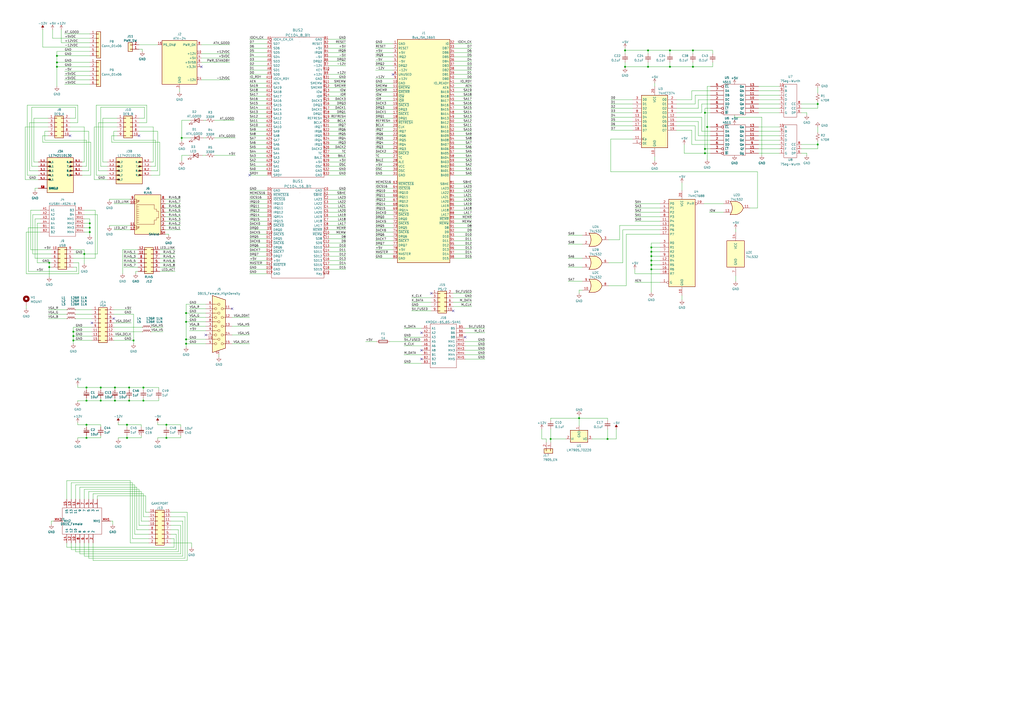
<source format=kicad_sch>
(kicad_sch (version 20211123) (generator eeschema)
  (paper "A2")
  (junction (at 401.955 38.735))
  (junction (at 107.95 181.61))
  (junction (at 58.42 224.79))
  (junction (at 377.825 151.13))
  (junction (at 33.02 36.195))
  (junction (at 66.675 232.41))
  (junction (at 74.93 224.79))
  (junction (at 74.93 232.41))
  (junction (at 52.07 132.08))
  (junction (at 375.92 29.21))
  (junction (at 96.52 254))
  (junction (at 335.915 242.57))
  (junction (at 73.66 246.38))
  (junction (at 377.825 153.67))
  (junction (at 377.825 148.59))
  (junction (at 408.94 86.36))
  (junction (at 48.895 147.32))
  (junction (at 377.825 146.05))
  (junction (at 107.95 199.39))
  (junction (at 474.345 83.82))
  (junction (at 362.585 38.735))
  (junction (at 388.62 38.735))
  (junction (at 377.825 143.51))
  (junction (at 362.585 29.21))
  (junction (at 388.62 29.21))
  (junction (at 52.07 129.54))
  (junction (at 50.165 224.79))
  (junction (at 33.02 38.735))
  (junction (at 42.545 194.945))
  (junction (at 66.675 224.79))
  (junction (at 410.21 73.66))
  (junction (at 33.02 32.385))
  (junction (at 50.165 254))
  (junction (at 28.575 154.94))
  (junction (at 42.545 197.485))
  (junction (at 42.545 192.405))
  (junction (at 401.955 29.21))
  (junction (at 73.66 254))
  (junction (at 377.825 156.21))
  (junction (at 107.95 186.69))
  (junction (at 58.42 232.41))
  (junction (at 83.185 232.41))
  (junction (at 50.165 246.38))
  (junction (at 474.345 60.325))
  (junction (at 408.94 88.9))
  (junction (at 28.575 152.4))
  (junction (at 408.94 65.405))
  (junction (at 105.41 80.01))
  (junction (at 52.07 134.62))
  (junction (at 83.185 224.79))
  (junction (at 107.95 196.85))
  (junction (at 77.47 197.485))
  (junction (at 96.52 246.38))
  (junction (at 352.425 254.635))
  (junction (at 375.92 38.735))
  (junction (at 50.165 232.41))
  (junction (at 319.405 254.635))
  (no_connect (at 144.78 101.6))
  (no_connect (at 40.64 78.74))
  (no_connect (at 262.89 180.34))
  (no_connect (at 66.04 184.785))
  (no_connect (at 244.475 208.28))
  (no_connect (at 244.475 203.2))
  (no_connect (at 250.19 170.18))
  (no_connect (at 134.62 179.07))
  (no_connect (at 80.645 78.74))
  (no_connect (at 227.965 43.18))
  (no_connect (at 269.875 195.58))
  (no_connect (at 119.38 194.31))
  (no_connect (at 116.84 38.735))
  (no_connect (at 53.34 187.325))
  (no_connect (at 244.475 193.04))
  (wire (pts (xy 27.94 184.785) (xy 38.735 184.785)))
  (wire (pts (xy 107.95 201.295) (xy 107.95 199.39)))
  (wire (pts (xy 55.88 101.6) (xy 55.88 60.96)))
  (wire (pts (xy 362.585 27.94) (xy 362.585 29.21)))
  (wire (pts (xy 134.62 184.15) (xy 144.78 184.15)))
  (wire (pts (xy 24.765 27.305) (xy 52.07 27.305)))
  (wire (pts (xy 354.33 60.325) (xy 367.03 60.325)))
  (wire (pts (xy 33.02 38.735) (xy 52.07 38.735)))
  (wire (pts (xy 144.78 30.48) (xy 154.94 30.48)))
  (wire (pts (xy 58.42 62.23) (xy 58.42 96.52)))
  (wire (pts (xy 144.78 53.34) (xy 154.94 53.34)))
  (wire (pts (xy 352.425 243.84) (xy 352.425 242.57)))
  (wire (pts (xy 190.5 35.56) (xy 200.66 35.56)))
  (wire (pts (xy 15.24 177.165) (xy 15.24 179.07)))
  (wire (pts (xy 14.605 73.66) (xy 27.94 73.66)))
  (wire (pts (xy 27.94 179.705) (xy 38.735 179.705)))
  (wire (pts (xy 52.07 129.54) (xy 52.07 132.08)))
  (wire (pts (xy 22.225 101.6) (xy 15.875 101.6)))
  (wire (pts (xy 263.525 132.08) (xy 273.685 132.08)))
  (wire (pts (xy 97.79 135.89) (xy 97.79 136.525)))
  (wire (pts (xy 92.71 149.86) (xy 101.6 149.86)))
  (wire (pts (xy 66.04 182.245) (xy 77.47 182.245)))
  (wire (pts (xy 46.355 321.31) (xy 46.355 314.96)))
  (wire (pts (xy 51.435 285.115) (xy 81.915 285.115)))
  (wire (pts (xy 190.5 45.72) (xy 200.66 45.72)))
  (wire (pts (xy 55.245 149.86) (xy 42.545 149.86)))
  (wire (pts (xy 441.96 67.945) (xy 441.96 90.17)))
  (wire (pts (xy 401.955 29.21) (xy 413.385 29.21)))
  (wire (pts (xy 43.815 62.23) (xy 18.415 62.23)))
  (wire (pts (xy 273.685 27.94) (xy 263.525 27.94)))
  (wire (pts (xy 412.115 62.865) (xy 408.94 62.865)))
  (wire (pts (xy 154.94 156.21) (xy 144.78 156.21)))
  (wire (pts (xy 375.92 29.21) (xy 375.92 31.115)))
  (wire (pts (xy 190.5 135.89) (xy 200.66 135.89)))
  (wire (pts (xy 407.035 67.945) (xy 407.035 76.2)))
  (wire (pts (xy 73.66 252.73) (xy 73.66 254)))
  (wire (pts (xy 100.965 312.42) (xy 100.965 317.5)))
  (wire (pts (xy 273.685 101.6) (xy 263.525 101.6)))
  (wire (pts (xy 91.44 99.06) (xy 91.44 76.2)))
  (wire (pts (xy 263.525 121.92) (xy 273.685 121.92)))
  (wire (pts (xy 56.515 287.655) (xy 84.455 287.655)))
  (wire (pts (xy 474.345 86.36) (xy 474.345 83.82)))
  (wire (pts (xy 103.505 307.34) (xy 99.06 307.34)))
  (wire (pts (xy 263.525 124.46) (xy 273.685 124.46)))
  (wire (pts (xy 273.685 35.56) (xy 263.525 35.56)))
  (wire (pts (xy 368.3 120.65) (xy 382.905 120.65)))
  (wire (pts (xy 55.88 60.96) (xy 85.09 60.96)))
  (wire (pts (xy 79.375 307.34) (xy 79.375 282.575)))
  (wire (pts (xy 190.5 76.2) (xy 200.66 76.2)))
  (wire (pts (xy 66.04 189.865) (xy 82.55 189.865)))
  (wire (pts (xy 227.965 129.54) (xy 217.805 129.54)))
  (wire (pts (xy 107.315 323.85) (xy 107.315 299.72)))
  (wire (pts (xy 46.355 282.575) (xy 79.375 282.575)))
  (wire (pts (xy 87.63 93.98) (xy 88.9 93.98)))
  (wire (pts (xy 37.465 48.895) (xy 52.07 48.895)))
  (wire (pts (xy 109.855 191.77) (xy 119.38 191.77)))
  (wire (pts (xy 77.47 199.39) (xy 77.47 197.485)))
  (wire (pts (xy 66.04 179.705) (xy 76.2 179.705)))
  (wire (pts (xy 319.405 242.57) (xy 335.915 242.57)))
  (wire (pts (xy 16.51 132.08) (xy 16.51 157.48)))
  (wire (pts (xy 48.895 127) (xy 52.07 127)))
  (wire (pts (xy 408.94 86.36) (xy 412.115 86.36)))
  (wire (pts (xy 227.965 38.1) (xy 217.805 38.1)))
  (wire (pts (xy 227.965 142.24) (xy 217.805 142.24)))
  (wire (pts (xy 52.07 136.525) (xy 52.07 134.62)))
  (wire (pts (xy 68.58 245.11) (xy 68.58 246.38)))
  (wire (pts (xy 382.905 148.59) (xy 377.825 148.59)))
  (wire (pts (xy 273.685 55.88) (xy 263.525 55.88)))
  (wire (pts (xy 102.235 309.88) (xy 102.235 318.77)))
  (wire (pts (xy 51.435 314.96) (xy 51.435 323.85)))
  (wire (pts (xy 144.78 27.94) (xy 154.94 27.94)))
  (wire (pts (xy 103.505 320.04) (xy 103.505 307.34)))
  (wire (pts (xy 362.585 38.735) (xy 362.585 39.37)))
  (wire (pts (xy 37.465 46.355) (xy 52.07 46.355)))
  (wire (pts (xy 86.36 304.8) (xy 80.645 304.8)))
  (wire (pts (xy 227.965 68.58) (xy 217.805 68.58)))
  (wire (pts (xy 35.56 17.145) (xy 35.56 24.765)))
  (wire (pts (xy 382.905 156.21) (xy 377.825 156.21)))
  (wire (pts (xy 144.78 25.4) (xy 154.94 25.4)))
  (wire (pts (xy 227.965 83.82) (xy 217.805 83.82)))
  (wire (pts (xy 105.41 80.01) (xy 110.49 80.01)))
  (wire (pts (xy 234.315 205.74) (xy 244.475 205.74)))
  (wire (pts (xy 42.545 194.945) (xy 42.545 197.485)))
  (wire (pts (xy 48.895 129.54) (xy 52.07 129.54)))
  (wire (pts (xy 263.525 106.68) (xy 273.685 106.68)))
  (wire (pts (xy 107.95 186.69) (xy 107.95 181.61)))
  (wire (pts (xy 116.84 46.355) (xy 133.35 46.355)))
  (wire (pts (xy 190.5 143.51) (xy 200.66 143.51)))
  (wire (pts (xy 96.52 246.38) (xy 96.52 247.65)))
  (wire (pts (xy 401.955 38.735) (xy 388.62 38.735)))
  (wire (pts (xy 80.645 68.58) (xy 83.82 68.58)))
  (wire (pts (xy 190.5 88.9) (xy 200.66 88.9)))
  (wire (pts (xy 19.05 124.46) (xy 19.05 147.32)))
  (wire (pts (xy 226.06 198.12) (xy 244.475 198.12)))
  (wire (pts (xy 316.865 254.635) (xy 316.865 256.54)))
  (wire (pts (xy 353.06 165.735) (xy 363.22 165.735)))
  (wire (pts (xy 15.24 158.75) (xy 45.72 158.75)))
  (wire (pts (xy 354.33 73.025) (xy 367.03 73.025)))
  (wire (pts (xy 377.825 151.13) (xy 377.825 153.67)))
  (wire (pts (xy 190.5 148.59) (xy 200.66 148.59)))
  (wire (pts (xy 154.94 113.03) (xy 144.78 113.03)))
  (wire (pts (xy 273.685 43.18) (xy 263.525 43.18)))
  (wire (pts (xy 401.32 52.705) (xy 412.115 52.705)))
  (wire (pts (xy 95.885 128.27) (xy 104.775 128.27)))
  (wire (pts (xy 144.78 81.28) (xy 154.94 81.28)))
  (wire (pts (xy 47.625 96.52) (xy 50.165 96.52)))
  (wire (pts (xy 273.685 60.96) (xy 263.525 60.96)))
  (wire (pts (xy 319.405 243.84) (xy 319.405 242.57)))
  (wire (pts (xy 96.52 252.73) (xy 96.52 254)))
  (wire (pts (xy 273.685 96.52) (xy 263.525 96.52)))
  (wire (pts (xy 273.685 48.26) (xy 263.525 48.26)))
  (wire (pts (xy 413.385 36.195) (xy 413.385 38.735)))
  (wire (pts (xy 111.125 314.96) (xy 111.125 317.5)))
  (wire (pts (xy 54.61 73.66) (xy 67.945 73.66)))
  (wire (pts (xy 154.94 138.43) (xy 144.78 138.43)))
  (wire (pts (xy 118.11 69.85) (xy 119.38 69.85)))
  (wire (pts (xy 368.3 123.19) (xy 382.905 123.19)))
  (wire (pts (xy 377.825 146.05) (xy 377.825 148.59)))
  (wire (pts (xy 91.44 246.38) (xy 96.52 246.38)))
  (wire (pts (xy 71.755 154.94) (xy 80.01 154.94)))
  (wire (pts (xy 50.165 246.38) (xy 58.42 246.38)))
  (wire (pts (xy 227.965 106.68) (xy 217.805 106.68)))
  (wire (pts (xy 269.875 190.5) (xy 281.305 190.5)))
  (wire (pts (xy 144.78 48.26) (xy 154.94 48.26)))
  (wire (pts (xy 227.965 86.36) (xy 217.805 86.36)))
  (wire (pts (xy 58.42 231.14) (xy 58.42 232.41)))
  (wire (pts (xy 144.78 66.04) (xy 154.94 66.04)))
  (wire (pts (xy 440.055 52.705) (xy 452.12 52.705)))
  (wire (pts (xy 190.5 78.74) (xy 200.66 78.74)))
  (wire (pts (xy 227.965 139.7) (xy 217.805 139.7)))
  (wire (pts (xy 23.495 121.92) (xy 17.78 121.92)))
  (wire (pts (xy 50.165 254) (xy 58.42 254)))
  (wire (pts (xy 144.78 45.72) (xy 154.94 45.72)))
  (wire (pts (xy 382.905 143.51) (xy 377.825 143.51)))
  (wire (pts (xy 362.585 29.21) (xy 375.92 29.21)))
  (wire (pts (xy 412.115 50.165) (xy 410.21 50.165)))
  (wire (pts (xy 273.685 78.74) (xy 263.525 78.74)))
  (wire (pts (xy 227.965 96.52) (xy 217.805 96.52)))
  (wire (pts (xy 363.22 165.735) (xy 363.22 135.89)))
  (wire (pts (xy 48.895 314.96) (xy 48.895 322.58)))
  (wire (pts (xy 107.95 181.61) (xy 119.38 181.61)))
  (wire (pts (xy 50.165 81.28) (xy 26.035 81.28)))
  (wire (pts (xy 234.315 190.5) (xy 244.475 190.5)))
  (wire (pts (xy 57.15 99.06) (xy 57.15 71.12)))
  (wire (pts (xy 377.825 153.67) (xy 377.825 156.21)))
  (wire (pts (xy 396.875 83.82) (xy 396.875 88.9)))
  (wire (pts (xy 104.775 304.8) (xy 104.775 321.31)))
  (wire (pts (xy 354.33 75.565) (xy 367.03 75.565)))
  (wire (pts (xy 88.9 93.98) (xy 88.9 73.66)))
  (wire (pts (xy 63.5 115.57) (xy 63.5 116.205)))
  (wire (pts (xy 464.82 88.9) (xy 467.995 88.9)))
  (wire (pts (xy 68.58 254) (xy 73.66 254)))
  (wire (pts (xy 144.78 38.1) (xy 154.94 38.1)))
  (wire (pts (xy 104.775 252.73) (xy 104.775 254)))
  (wire (pts (xy 62.23 93.98) (xy 59.69 93.98)))
  (wire (pts (xy 55.245 121.92) (xy 55.245 149.86)))
  (wire (pts (xy 227.965 63.5) (xy 217.805 63.5)))
  (wire (pts (xy 76.835 312.42) (xy 76.835 280.035)))
  (wire (pts (xy 190.5 43.18) (xy 200.66 43.18)))
  (wire (pts (xy 107.95 199.39) (xy 107.95 196.85)))
  (wire (pts (xy 238.76 175.26) (xy 250.19 175.26)))
  (wire (pts (xy 66.04 133.35) (xy 75.565 133.35)))
  (wire (pts (xy 227.965 127) (xy 217.805 127)))
  (wire (pts (xy 117.475 90.17) (xy 119.38 90.17)))
  (wire (pts (xy 86.36 299.72) (xy 83.185 299.72)))
  (wire (pts (xy 95.885 125.73) (xy 104.775 125.73)))
  (wire (pts (xy 474.345 50.8) (xy 474.345 53.975)))
  (wire (pts (xy 154.94 143.51) (xy 144.78 143.51)))
  (wire (pts (xy 42.545 194.945) (xy 53.34 194.945)))
  (wire (pts (xy 58.42 246.38) (xy 58.42 247.65)))
  (wire (pts (xy 64.77 78.74) (xy 67.945 78.74)))
  (wire (pts (xy 154.94 153.67) (xy 144.78 153.67)))
  (wire (pts (xy 190.5 140.97) (xy 200.66 140.97)))
  (wire (pts (xy 352.425 254.635) (xy 352.425 248.92)))
  (wire (pts (xy 66.675 224.79) (xy 66.675 226.06)))
  (wire (pts (xy 227.965 116.84) (xy 217.805 116.84)))
  (wire (pts (xy 263.525 114.3) (xy 273.685 114.3)))
  (wire (pts (xy 68.58 246.38) (xy 73.66 246.38)))
  (wire (pts (xy 56.515 287.655) (xy 56.515 289.56)))
  (wire (pts (xy 144.78 63.5) (xy 154.94 63.5)))
  (wire (pts (xy 43.815 314.96) (xy 43.815 320.04)))
  (wire (pts (xy 18.415 62.23) (xy 18.415 96.52)))
  (wire (pts (xy 190.5 60.96) (xy 200.66 60.96)))
  (wire (pts (xy 464.82 65.405) (xy 467.995 65.405)))
  (wire (pts (xy 53.975 314.96) (xy 53.975 325.12)))
  (wire (pts (xy 26.035 76.2) (xy 27.94 76.2)))
  (wire (pts (xy 154.94 125.73) (xy 144.78 125.73)))
  (wire (pts (xy 426.72 132.715) (xy 426.72 134.62)))
  (wire (pts (xy 368.3 125.73) (xy 382.905 125.73)))
  (wire (pts (xy 354.33 65.405) (xy 367.03 65.405)))
  (wire (pts (xy 66.04 118.11) (xy 75.565 118.11)))
  (wire (pts (xy 362.585 29.21) (xy 362.585 31.115)))
  (wire (pts (xy 71.755 149.86) (xy 80.01 149.86)))
  (wire (pts (xy 190.5 110.49) (xy 200.66 110.49)))
  (wire (pts (xy 273.685 25.4) (xy 263.525 25.4)))
  (wire (pts (xy 48.895 322.58) (xy 106.045 322.58)))
  (wire (pts (xy 227.965 81.28) (xy 217.805 81.28)))
  (wire (pts (xy 31.115 302.26) (xy 29.845 302.26)))
  (wire (pts (xy 144.78 91.44) (xy 154.94 91.44)))
  (wire (pts (xy 263.525 144.78) (xy 273.685 144.78)))
  (wire (pts (xy 190.5 91.44) (xy 200.66 91.44)))
  (wire (pts (xy 388.62 38.735) (xy 375.92 38.735)))
  (wire (pts (xy 46.355 282.575) (xy 46.355 289.56)))
  (wire (pts (xy 80.645 28.575) (xy 82.55 28.575)))
  (wire (pts (xy 392.43 62.865) (xy 405.13 62.865)))
  (wire (pts (xy 273.685 30.48) (xy 263.525 30.48)))
  (wire (pts (xy 269.875 198.12) (xy 281.305 198.12)))
  (wire (pts (xy 227.965 119.38) (xy 217.805 119.38)))
  (wire (pts (xy 43.815 281.305) (xy 43.815 289.56)))
  (wire (pts (xy 108.585 325.12) (xy 108.585 297.18)))
  (wire (pts (xy 92.71 147.32) (xy 101.6 147.32)))
  (wire (pts (xy 474.345 60.325) (xy 474.345 59.055)))
  (wire (pts (xy 50.165 224.79) (xy 58.42 224.79)))
  (wire (pts (xy 227.965 99.06) (xy 217.805 99.06)))
  (wire (pts (xy 99.06 309.88) (xy 102.235 309.88)))
  (wire (pts (xy 144.78 58.42) (xy 154.94 58.42)))
  (wire (pts (xy 354.33 67.945) (xy 367.03 67.945)))
  (wire (pts (xy 335.915 242.57) (xy 335.915 247.015)))
  (wire (pts (xy 263.525 147.32) (xy 273.685 147.32)))
  (wire (pts (xy 354.33 70.485) (xy 367.03 70.485)))
  (wire (pts (xy 99.06 302.26) (xy 106.045 302.26)))
  (wire (pts (xy 190.5 146.05) (xy 200.66 146.05)))
  (wire (pts (xy 413.385 38.735) (xy 401.955 38.735)))
  (wire (pts (xy 92.075 224.79) (xy 92.075 226.06)))
  (wire (pts (xy 47.625 101.6) (xy 52.705 101.6)))
  (wire (pts (xy 273.685 66.04) (xy 263.525 66.04)))
  (wire (pts (xy 407.035 65.405) (xy 407.035 60.325)))
  (wire (pts (xy 337.82 168.275) (xy 335.915 168.275)))
  (wire (pts (xy 45.085 60.96) (xy 45.085 71.12)))
  (wire (pts (xy 154.94 158.75) (xy 144.78 158.75)))
  (wire (pts (xy 382.905 153.67) (xy 377.825 153.67)))
  (wire (pts (xy 354.33 80.645) (xy 367.03 80.645)))
  (wire (pts (xy 107.95 196.85) (xy 107.95 186.69)))
  (wire (pts (xy 227.965 78.74) (xy 217.805 78.74)))
  (wire (pts (xy 24.765 82.55) (xy 24.765 78.74)))
  (wire (pts (xy 15.875 60.96) (xy 45.085 60.96)))
  (wire (pts (xy 379.73 48.26) (xy 379.73 50.165)))
  (wire (pts (xy 19.685 68.58) (xy 27.94 68.58)))
  (wire (pts (xy 81.915 246.38) (xy 81.915 247.65)))
  (wire (pts (xy 42.545 189.865) (xy 53.34 189.865)))
  (wire (pts (xy 273.685 53.34) (xy 263.525 53.34)))
  (wire (pts (xy 92.075 231.14) (xy 92.075 232.41)))
  (wire (pts (xy 109.855 179.07) (xy 119.38 179.07)))
  (wire (pts (xy 109.855 90.17) (xy 105.41 90.17)))
  (wire (pts (xy 66.04 197.485) (xy 77.47 197.485)))
  (wire (pts (xy 410.21 73.66) (xy 412.115 73.66)))
  (wire (pts (xy 43.815 182.245) (xy 53.34 182.245)))
  (wire (pts (xy 227.965 144.78) (xy 217.805 144.78)))
  (wire (pts (xy 48.895 283.845) (xy 48.895 289.56)))
  (wire (pts (xy 329.565 136.525) (xy 337.82 136.525)))
  (wire (pts (xy 14.605 104.14) (xy 14.605 73.66)))
  (wire (pts (xy 273.685 68.58) (xy 263.525 68.58)))
  (wire (pts (xy 83.185 224.79) (xy 92.075 224.79)))
  (wire (pts (xy 353.06 139.065) (xy 359.41 139.065)))
  (wire (pts (xy 29.845 302.26) (xy 29.845 304.165)))
  (wire (pts (xy 24.765 78.74) (xy 27.94 78.74)))
  (wire (pts (xy 43.815 320.04) (xy 103.505 320.04)))
  (wire (pts (xy 408.305 118.11) (xy 419.735 118.11)))
  (wire (pts (xy 382.905 158.75) (xy 368.3 158.75)))
  (wire (pts (xy 388.62 36.195) (xy 388.62 38.735)))
  (wire (pts (xy 227.965 48.26) (xy 217.805 48.26)))
  (wire (pts (xy 64.77 82.55) (xy 64.77 78.74)))
  (wire (pts (xy 80.645 304.8) (xy 80.645 283.845)))
  (wire (pts (xy 269.875 208.28) (xy 281.305 208.28)))
  (wire (pts (xy 17.145 99.06) (xy 17.145 71.12)))
  (wire (pts (xy 440.055 65.405) (xy 452.12 65.405)))
  (wire (pts (xy 407.035 76.2) (xy 412.115 76.2)))
  (wire (pts (xy 190.5 58.42) (xy 200.66 58.42)))
  (wire (pts (xy 392.43 67.945) (xy 407.035 67.945)))
  (wire (pts (xy 29.845 154.94) (xy 28.575 154.94)))
  (wire (pts (xy 41.275 318.77) (xy 41.275 314.96)))
  (wire (pts (xy 84.455 297.18) (xy 84.455 287.655)))
  (wire (pts (xy 144.78 43.18) (xy 154.94 43.18)))
  (wire (pts (xy 263.525 137.16) (xy 273.685 137.16)))
  (wire (pts (xy 65.405 302.26) (xy 65.405 304.165)))
  (wire (pts (xy 124.46 90.17) (xy 136.525 90.17)))
  (wire (pts (xy 21.59 129.54) (xy 21.59 152.4)))
  (wire (pts (xy 45.72 158.75) (xy 45.72 152.4)))
  (wire (pts (xy 144.78 78.74) (xy 154.94 78.74)))
  (wire (pts (xy 361.315 133.35) (xy 382.905 133.35)))
  (wire (pts (xy 42.545 197.485) (xy 42.545 199.39)))
  (wire (pts (xy 382.905 140.97) (xy 377.825 140.97)))
  (wire (pts (xy 368.3 128.27) (xy 382.905 128.27)))
  (wire (pts (xy 134.62 189.23) (xy 144.78 189.23)))
  (wire (pts (xy 50.165 246.38) (xy 50.165 247.65)))
  (wire (pts (xy 73.66 246.38) (xy 81.915 246.38)))
  (wire (pts (xy 357.505 254.635) (xy 352.425 254.635)))
  (wire (pts (xy 190.5 53.34) (xy 200.66 53.34)))
  (wire (pts (xy 190.5 128.27) (xy 200.66 128.27)))
  (wire (pts (xy 87.63 101.6) (xy 92.71 101.6)))
  (wire (pts (xy 440.055 60.325) (xy 452.12 60.325)))
  (wire (pts (xy 190.5 81.28) (xy 200.66 81.28)))
  (wire (pts (xy 227.965 132.08) (xy 217.805 132.08)))
  (wire (pts (xy 45.085 232.41) (xy 50.165 232.41)))
  (wire (pts (xy 227.965 109.22) (xy 217.805 109.22)))
  (wire (pts (xy 273.685 45.72) (xy 263.525 45.72)))
  (wire (pts (xy 190.5 120.65) (xy 200.66 120.65)))
  (wire (pts (xy 20.32 149.86) (xy 29.845 149.86)))
  (wire (pts (xy 48.895 124.46) (xy 56.515 124.46)))
  (wire (pts (xy 190.5 38.1) (xy 200.66 38.1)))
  (wire (pts (xy 474.345 83.82) (xy 474.345 81.915)))
  (wire (pts (xy 354.33 99.695) (xy 354.33 80.645)))
  (wire (pts (xy 190.5 153.67) (xy 200.66 153.67)))
  (wire (pts (xy 314.325 248.92) (xy 314.325 254.635)))
  (wire (pts (xy 234.315 200.66) (xy 244.475 200.66)))
  (wire (pts (xy 90.17 81.28) (xy 66.04 81.28)))
  (wire (pts (xy 15.24 134.62) (xy 15.24 158.75)))
  (wire (pts (xy 124.46 80.01) (xy 136.525 80.01)))
  (wire (pts (xy 263.525 149.86) (xy 273.685 149.86)))
  (wire (pts (xy 118.11 80.01) (xy 119.38 80.01)))
  (wire (pts (xy 71.755 147.32) (xy 80.01 147.32)))
  (wire (pts (xy 190.5 113.03) (xy 200.66 113.03)))
  (wire (pts (xy 73.66 246.38) (xy 73.66 247.65)))
  (wire (pts (xy 273.685 99.06) (xy 263.525 99.06)))
  (wire (pts (xy 52.07 134.62) (xy 48.895 134.62)))
  (wire (pts (xy 263.525 134.62) (xy 273.685 134.62)))
  (wire (pts (xy 50.165 252.73) (xy 50.165 254)))
  (wire (pts (xy 190.5 30.48) (xy 200.66 30.48)))
  (wire (pts (xy 100.965 317.5) (xy 38.735 317.5)))
  (wire (pts (xy 51.435 285.115) (xy 51.435 289.56)))
  (wire (pts (xy 464.82 62.865) (xy 474.345 62.865)))
  (wire (pts (xy 467.995 88.9) (xy 467.995 90.17)))
  (wire (pts (xy 108.585 297.18) (xy 99.06 297.18)))
  (wire (pts (xy 105.41 69.85) (xy 105.41 80.01)))
  (wire (pts (xy 440.055 57.785) (xy 452.12 57.785)))
  (wire (pts (xy 134.62 194.31) (xy 144.78 194.31)))
  (wire (pts (xy 74.93 224.79) (xy 74.93 226.06)))
  (wire (pts (xy 92.71 101.6) (xy 92.71 82.55)))
  (wire (pts (xy 144.78 71.12) (xy 154.94 71.12)))
  (wire (pts (xy 263.525 119.38) (xy 273.685 119.38)))
  (wire (pts (xy 28.575 152.4) (xy 28.575 154.94)))
  (wire (pts (xy 80.645 73.66) (xy 88.9 73.66)))
  (wire (pts (xy 42.545 197.485) (xy 53.34 197.485)))
  (wire (pts (xy 273.685 73.66) (xy 263.525 73.66)))
  (wire (pts (xy 51.435 76.2) (xy 40.64 76.2)))
  (wire (pts (xy 359.41 130.81) (xy 382.905 130.81)))
  (wire (pts (xy 83.185 232.41) (xy 92.075 232.41)))
  (wire (pts (xy 329.565 149.86) (xy 337.82 149.86)))
  (wire (pts (xy 440.055 73.66) (xy 452.12 73.66)))
  (wire (pts (xy 403.225 81.28) (xy 412.115 81.28)))
  (wire (pts (xy 392.43 57.785) (xy 401.32 57.785)))
  (wire (pts (xy 335.915 168.275) (xy 335.915 170.18)))
  (wire (pts (xy 434.975 120.65) (xy 439.42 120.65)))
  (wire (pts (xy 474.345 62.865) (xy 474.345 60.325)))
  (wire (pts (xy 227.965 88.9) (xy 217.805 88.9)))
  (wire (pts (xy 190.5 115.57) (xy 200.66 115.57)))
  (wire (pts (xy 262.89 170.18) (xy 273.685 170.18)))
  (wire (pts (xy 81.915 252.73) (xy 81.915 254)))
  (wire (pts (xy 405.13 62.865) (xy 405.13 57.785)))
  (wire (pts (xy 464.82 86.36) (xy 474.345 86.36)))
  (wire (pts (xy 227.965 149.86) (xy 217.805 149.86)))
  (wire (pts (xy 90.17 96.52) (xy 90.17 81.28)))
  (wire (pts (xy 33.02 50.165) (xy 33.02 38.735)))
  (wire (pts (xy 52.705 82.55) (xy 24.765 82.55)))
  (wire (pts (xy 19.685 93.98) (xy 19.685 68.58)))
  (wire (pts (xy 190.5 83.82) (xy 200.66 83.82)))
  (wire (pts (xy 273.685 93.98) (xy 263.525 93.98)))
  (wire (pts (xy 58.42 232.41) (xy 66.675 232.41)))
  (wire (pts (xy 375.92 38.735) (xy 362.585 38.735)))
  (wire (pts (xy 403.225 73.025) (xy 403.225 81.28)))
  (wire (pts (xy 33.02 36.195) (xy 52.07 36.195)))
  (wire (pts (xy 227.965 111.76) (xy 217.805 111.76)))
  (wire (pts (xy 227.965 33.02) (xy 217.805 33.02)))
  (wire (pts (xy 375.92 36.195) (xy 375.92 38.735)))
  (wire (pts (xy 464.82 83.82) (xy 474.345 83.82)))
  (wire (pts (xy 66.675 224.79) (xy 74.93 224.79)))
  (wire (pts (xy 42.545 144.78) (xy 48.895 144.78)))
  (wire (pts (xy 50.165 232.41) (xy 58.42 232.41)))
  (wire (pts (xy 238.76 180.34) (xy 250.19 180.34)))
  (wire (pts (xy 22.225 109.22) (xy 20.32 109.22)))
  (wire (pts (xy 190.5 25.4) (xy 200.66 25.4)))
  (wire (pts (xy 59.69 93.98) (xy 59.69 68.58)))
  (wire (pts (xy 105.41 90.17) (xy 105.41 93.345)))
  (wire (pts (xy 329.565 154.94) (xy 337.82 154.94)))
  (wire (pts (xy 319.405 254.635) (xy 319.405 256.54)))
  (wire (pts (xy 227.965 53.34) (xy 217.805 53.34)))
  (wire (pts (xy 41.275 280.035) (xy 41.275 289.56)))
  (wire (pts (xy 33.02 32.385) (xy 52.07 32.385)))
  (wire (pts (xy 43.815 179.705) (xy 53.34 179.705)))
  (wire (pts (xy 17.78 144.78) (xy 29.845 144.78)))
  (wire (pts (xy 388.62 29.21) (xy 388.62 31.115)))
  (wire (pts (xy 335.915 241.3) (xy 335.915 242.57)))
  (wire (pts (xy 92.71 152.4) (xy 101.6 152.4)))
  (wire (pts (xy 144.78 83.82) (xy 154.94 83.82)))
  (wire (pts (xy 227.965 121.92) (xy 217.805 121.92)))
  (wire (pts (xy 96.52 246.38) (xy 104.775 246.38)))
  (wire (pts (xy 154.94 151.13) (xy 144.78 151.13)))
  (wire (pts (xy 23.495 124.46) (xy 19.05 124.46)))
  (wire (pts (xy 50.165 96.52) (xy 50.165 81.28)))
  (wire (pts (xy 107.95 199.39) (xy 119.38 199.39)))
  (wire (pts (xy 227.965 101.6) (xy 217.805 101.6)))
  (wire (pts (xy 40.64 68.58) (xy 43.815 68.58)))
  (wire (pts (xy 95.885 133.35) (xy 104.775 133.35)))
  (wire (pts (xy 144.78 76.2) (xy 154.94 76.2)))
  (wire (pts (xy 86.36 302.26) (xy 81.915 302.26)))
  (wire (pts (xy 273.685 58.42) (xy 263.525 58.42)))
  (wire (pts (xy 343.535 254.635) (xy 352.425 254.635)))
  (wire (pts (xy 18.415 96.52) (xy 22.225 96.52)))
  (wire (pts (xy 95.885 115.57) (xy 104.775 115.57)))
  (wire (pts (xy 273.685 40.64) (xy 263.525 40.64)))
  (wire (pts (xy 262.89 175.26) (xy 273.685 175.26)))
  (wire (pts (xy 87.63 189.865) (xy 94.615 189.865)))
  (wire (pts (xy 54.61 104.14) (xy 54.61 73.66)))
  (wire (pts (xy 63.5 130.81) (xy 63.5 131.445)))
  (wire (pts (xy 273.685 76.2) (xy 263.525 76.2)))
  (wire (pts (xy 58.42 224.79) (xy 66.675 224.79)))
  (wire (pts (xy 440.055 81.28) (xy 452.12 81.28)))
  (wire (pts (xy 73.66 254) (xy 81.915 254)))
  (wire (pts (xy 190.5 48.26) (xy 200.66 48.26)))
  (wire (pts (xy 107.315 299.72) (xy 99.06 299.72)))
  (wire (pts (xy 91.44 254.635) (xy 91.44 254)))
  (wire (pts (xy 144.78 99.06) (xy 154.94 99.06)))
  (wire (pts (xy 190.5 118.11) (xy 200.66 118.11)))
  (wire (pts (xy 405.13 70.485) (xy 392.43 70.485)))
  (wire (pts (xy 104.775 321.31) (xy 46.355 321.31)))
  (wire (pts (xy 62.23 101.6) (xy 55.88 101.6)))
  (wire (pts (xy 52.07 127) (xy 52.07 129.54)))
  (wire (pts (xy 107.95 196.85) (xy 119.38 196.85)))
  (wire (pts (xy 368.3 158.75) (xy 368.3 156.21)))
  (wire (pts (xy 144.78 35.56) (xy 154.94 35.56)))
  (wire (pts (xy 58.42 252.73) (xy 58.42 254)))
  (wire (pts (xy 273.685 83.82) (xy 263.525 83.82)))
  (wire (pts (xy 15.875 101.6) (xy 15.875 60.96)))
  (wire (pts (xy 273.685 91.44) (xy 263.525 91.44)))
  (wire (pts (xy 377.825 156.21) (xy 377.825 169.545)))
  (wire (pts (xy 45.085 245.11) (xy 45.085 246.38)))
  (wire (pts (xy 92.71 157.48) (xy 101.6 157.48)))
  (wire (pts (xy 263.525 142.24) (xy 273.685 142.24)))
  (wire (pts (xy 53.975 286.385) (xy 53.975 289.56)))
  (wire (pts (xy 407.035 60.325) (xy 412.115 60.325)))
  (wire (pts (xy 91.44 254) (xy 96.52 254)))
  (wire (pts (xy 86.36 309.88) (xy 78.105 309.88)))
  (wire (pts (xy 190.5 73.66) (xy 200.66 73.66)))
  (wire (pts (xy 440.055 78.74) (xy 452.12 78.74)))
  (wire (pts (xy 96.52 254) (xy 104.775 254)))
  (wire (pts (xy 440.055 88.9) (xy 452.12 88.9)))
  (wire (pts (xy 144.78 86.36) (xy 154.94 86.36)))
  (wire (pts (xy 83.185 231.14) (xy 83.185 232.41)))
  (wire (pts (xy 58.42 224.79) (xy 58.42 226.06)))
  (wire (pts (xy 190.5 63.5) (xy 200.66 63.5)))
  (wire (pts (xy 42.545 189.865) (xy 42.545 192.405)))
  (wire (pts (xy 48.895 73.66) (xy 40.64 73.66)))
  (wire (pts (xy 91.44 245.11) (xy 91.44 246.38)))
  (wire (pts (xy 401.32 57.785) (xy 401.32 52.705)))
  (wire (pts (xy 190.5 99.06) (xy 200.66 99.06)))
  (wire (pts (xy 190.5 151.13) (xy 200.66 151.13)))
  (wire (pts (xy 401.32 83.82) (xy 401.32 75.565)))
  (wire (pts (xy 86.36 312.42) (xy 76.835 312.42)))
  (wire (pts (xy 426.72 160.02) (xy 426.72 163.195)))
  (wire (pts (xy 357.505 248.92) (xy 357.505 254.635)))
  (wire (pts (xy 104.775 246.38) (xy 104.775 247.65)))
  (wire (pts (xy 59.69 68.58) (xy 67.945 68.58)))
  (wire (pts (xy 190.5 50.8) (xy 200.66 50.8)))
  (wire (pts (xy 382.905 146.05) (xy 377.825 146.05)))
  (wire (pts (xy 109.855 189.23) (xy 119.38 189.23)))
  (wire (pts (xy 80.645 26.035) (xy 91.44 26.035)))
  (wire (pts (xy 144.78 96.52) (xy 154.94 96.52)))
  (wire (pts (xy 190.5 101.6) (xy 200.66 101.6)))
  (wire (pts (xy 263.525 127) (xy 273.685 127)))
  (wire (pts (xy 273.685 71.12) (xy 263.525 71.12)))
  (wire (pts (xy 110.49 69.85) (xy 105.41 69.85)))
  (wire (pts (xy 190.5 133.35) (xy 200.66 133.35)))
  (wire (pts (xy 52.07 132.08) (xy 52.07 134.62)))
  (wire (pts (xy 273.685 86.36) (xy 263.525 86.36)))
  (wire (pts (xy 375.92 29.21) (xy 388.62 29.21)))
  (wire (pts (xy 22.225 99.06) (xy 17.145 99.06)))
  (wire (pts (xy 190.5 123.19) (xy 200.66 123.19)))
  (wire (pts (xy 405.13 78.74) (xy 405.13 70.485)))
  (wire (pts (xy 45.085 254.635) (xy 45.085 254)))
  (wire (pts (xy 57.15 71.12) (xy 67.945 71.12)))
  (wire (pts (xy 74.93 231.14) (xy 74.93 232.41)))
  (wire (pts (xy 62.23 104.14) (xy 54.61 104.14)))
  (wire (pts (xy 64.135 302.26) (xy 65.405 302.26)))
  (wire (pts (xy 190.5 33.02) (xy 200.66 33.02)))
  (wire (pts (xy 87.63 96.52) (xy 90.17 96.52)))
  (wire (pts (xy 411.48 123.19) (xy 419.735 123.19)))
  (wire (pts (xy 86.36 297.18) (xy 84.455 297.18)))
  (wire (pts (xy 80.01 157.48) (xy 78.74 157.48)))
  (wire (pts (xy 26.035 81.28) (xy 26.035 76.2)))
  (wire (pts (xy 405.13 57.785) (xy 412.115 57.785)))
  (wire (pts (xy 212.09 198.12) (xy 218.44 198.12)))
  (wire (pts (xy 95.885 118.11) (xy 104.775 118.11)))
  (wire (pts (xy 403.225 55.245) (xy 412.115 55.245)))
  (wire (pts (xy 95.885 123.19) (xy 104.775 123.19)))
  (wire (pts (xy 439.42 99.695) (xy 354.33 99.695)))
  (wire (pts (xy 107.95 186.69) (xy 119.38 186.69)))
  (wire (pts (xy 62.23 99.06) (xy 57.15 99.06)))
  (wire (pts (xy 28.575 154.94) (xy 28.575 160.655)))
  (wire (pts (xy 227.965 93.98) (xy 217.805 93.98)))
  (wire (pts (xy 269.875 200.66) (xy 281.305 200.66)))
  (wire (pts (xy 51.435 323.85) (xy 107.315 323.85)))
  (wire (pts (xy 95.885 135.89) (xy 97.79 135.89)))
  (wire (pts (xy 190.5 27.94) (xy 200.66 27.94)))
  (wire (pts (xy 66.675 231.14) (xy 66.675 232.41)))
  (wire (pts (xy 86.36 314.96) (xy 75.565 314.96)))
  (wire (pts (xy 68.58 254.635) (xy 68.58 254)))
  (wire (pts (xy 48.895 132.08) (xy 52.07 132.08)))
  (wire (pts (xy 263.525 111.76) (xy 273.685 111.76)))
  (wire (pts (xy 190.5 130.81) (xy 200.66 130.81)))
  (wire (pts (xy 82.55 28.575) (xy 82.55 29.845)))
  (wire (pts (xy 362.585 36.195) (xy 362.585 38.735)))
  (wire (pts (xy 52.705 101.6) (xy 52.705 82.55)))
  (wire (pts (xy 47.625 93.98) (xy 48.895 93.98)))
  (wire (pts (xy 66.675 232.41) (xy 74.93 232.41)))
  (wire (pts (xy 83.185 299.72) (xy 83.185 286.385)))
  (wire (pts (xy 45.085 223.52) (xy 45.085 224.79)))
  (wire (pts (xy 53.975 325.12) (xy 108.585 325.12)))
  (wire (pts (xy 234.315 195.58) (xy 244.475 195.58)))
  (wire (pts (xy 144.78 101.6) (xy 154.94 101.6)))
  (wire (pts (xy 440.055 62.865) (xy 452.12 62.865)))
  (wire (pts (xy 107.95 181.61) (xy 107.95 176.53)))
  (wire (pts (xy 262.89 172.72) (xy 273.685 172.72)))
  (wire (pts (xy 116.84 33.655) (xy 133.35 33.655)))
  (wire (pts (xy 408.94 88.9) (xy 396.875 88.9)))
  (wire (pts (xy 144.78 88.9) (xy 154.94 88.9)))
  (wire (pts (xy 190.5 138.43) (xy 200.66 138.43)))
  (wire (pts (xy 227.965 55.88) (xy 217.805 55.88)))
  (wire (pts (xy 227.965 134.62) (xy 217.805 134.62)))
  (wire (pts (xy 38.735 278.765) (xy 38.735 289.56)))
  (wire (pts (xy 413.385 31.115) (xy 413.385 29.21)))
  (wire (pts (xy 95.885 120.65) (xy 104.775 120.65)))
  (wire (pts (xy 95.885 130.81) (xy 104.775 130.81)))
  (wire (pts (xy 45.085 71.12) (xy 40.64 71.12)))
  (wire (pts (xy 273.685 88.9) (xy 263.525 88.9)))
  (wire (pts (xy 43.815 184.785) (xy 53.34 184.785)))
  (wire (pts (xy 23.495 127) (xy 20.32 127)))
  (wire (pts (xy 37.465 19.685) (xy 52.07 19.685)))
  (wire (pts (xy 80.645 71.12) (xy 85.09 71.12)))
  (wire (pts (xy 440.055 55.245) (xy 452.12 55.245)))
  (wire (pts (xy 377.825 148.59) (xy 377.825 151.13)))
  (wire (pts (xy 66.04 76.2) (xy 67.945 76.2)))
  (wire (pts (xy 314.325 254.635) (xy 316.865 254.635)))
  (wire (pts (xy 74.93 224.79) (xy 83.185 224.79)))
  (wire (pts (xy 99.06 314.96) (xy 111.125 314.96)))
  (wire (pts (xy 392.43 65.405) (xy 407.035 65.405)))
  (wire (pts (xy 38.735 317.5) (xy 38.735 314.96)))
  (wire (pts (xy 58.42 96.52) (xy 62.23 96.52)))
  (wire (pts (xy 395.605 171.45) (xy 395.605 173.99)))
  (wire (pts (xy 154.94 118.11) (xy 144.78 118.11)))
  (wire (pts (xy 23.495 134.62) (xy 15.24 134.62)))
  (wire (pts (xy 23.495 129.54) (xy 21.59 129.54)))
  (wire (pts (xy 154.94 123.19) (xy 144.78 123.19)))
  (wire (pts (xy 273.685 33.02) (xy 263.525 33.02)))
  (wire (pts (xy 48.895 147.32) (xy 56.515 147.32)))
  (wire (pts (xy 410.21 73.66) (xy 410.21 92.71)))
  (wire (pts (xy 37.465 41.275) (xy 52.07 41.275)))
  (wire (pts (xy 353.06 152.4) (xy 361.315 152.4)))
  (wire (pts (xy 154.94 133.35) (xy 144.78 133.35)))
  (wire (pts (xy 42.545 147.32) (xy 48.895 147.32)))
  (wire (pts (xy 80.645 76.2) (xy 91.44 76.2)))
  (wire (pts (xy 410.21 50.165) (xy 410.21 73.66)))
  (wire (pts (xy 42.545 192.405) (xy 53.34 192.405)))
  (wire (pts (xy 392.43 73.025) (xy 403.225 73.025)))
  (wire (pts (xy 124.46 69.85) (xy 135.89 69.85)))
  (wire (pts (xy 144.78 60.96) (xy 154.94 60.96)))
  (wire (pts (xy 45.72 152.4) (xy 42.545 152.4)))
  (wire (pts (xy 17.145 71.12) (xy 27.94 71.12)))
  (wire (pts (xy 154.94 110.49) (xy 144.78 110.49)))
  (wire (pts (xy 190.5 93.98) (xy 200.66 93.98)))
  (wire (pts (xy 401.32 75.565) (xy 392.43 75.565)))
  (wire (pts (xy 71.12 144.78) (xy 71.12 158.75)))
  (wire (pts (xy 86.36 307.34) (xy 79.375 307.34)))
  (wire (pts (xy 227.965 58.42) (xy 217.805 58.42)))
  (wire (pts (xy 262.89 177.8) (xy 273.685 177.8)))
  (wire (pts (xy 190.5 156.21) (xy 200.66 156.21)))
  (wire (pts (xy 66.04 187.325) (xy 76.2 187.325)))
  (wire (pts (xy 234.315 210.82) (xy 244.475 210.82)))
  (wire (pts (xy 20.32 127) (xy 20.32 149.86)))
  (wire (pts (xy 329.565 141.605) (xy 337.82 141.605)))
  (wire (pts (xy 227.965 35.56) (xy 217.805 35.56)))
  (wire (pts (xy 227.965 27.94) (xy 217.805 27.94)))
  (wire (pts (xy 190.5 22.86) (xy 200.66 22.86)))
  (wire (pts (xy 354.33 57.785) (xy 367.03 57.785)))
  (wire (pts (xy 75.565 115.57) (xy 63.5 115.57)))
  (wire (pts (xy 48.895 93.98) (xy 48.895 73.66)))
  (wire (pts (xy 16.51 157.48) (xy 44.45 157.48)))
  (wire (pts (xy 227.965 137.16) (xy 217.805 137.16)))
  (wire (pts (xy 440.055 86.36) (xy 452.12 86.36)))
  (wire (pts (xy 33.02 29.845) (xy 52.07 29.845)))
  (wire (pts (xy 354.33 62.865) (xy 367.03 62.865)))
  (wire (pts (xy 144.78 93.98) (xy 154.94 93.98)))
  (wire (pts (xy 35.56 24.765) (xy 52.07 24.765)))
  (wire (pts (xy 154.94 130.81) (xy 144.78 130.81)))
  (wire (pts (xy 107.95 176.53) (xy 119.38 176.53)))
  (wire (pts (xy 379.73 90.805) (xy 379.73 93.345)))
  (wire (pts (xy 109.855 184.15) (xy 119.38 184.15)))
  (wire (pts (xy 388.62 29.21) (xy 401.955 29.21)))
  (wire (pts (xy 87.63 99.06) (xy 91.44 99.06)))
  (wire (pts (xy 81.915 302.26) (xy 81.915 285.115)))
  (wire (pts (xy 50.165 231.14) (xy 50.165 232.41)))
  (wire (pts (xy 47.625 99.06) (xy 51.435 99.06)))
  (wire (pts (xy 78.74 157.48) (xy 78.74 158.75)))
  (wire (pts (xy 238.76 172.72) (xy 250.19 172.72)))
  (wire (pts (xy 56.515 124.46) (xy 56.515 147.32)))
  (wire (pts (xy 30.48 22.225) (xy 52.07 22.225)))
  (wire (pts (xy 227.965 124.46) (xy 217.805 124.46)))
  (wire (pts (xy 83.82 62.23) (xy 58.42 62.23)))
  (wire (pts (xy 227.965 71.12) (xy 217.805 71.12)))
  (wire (pts (xy 401.955 36.195) (xy 401.955 38.735)))
  (wire (pts (xy 440.055 83.82) (xy 452.12 83.82)))
  (wire (pts (xy 227.965 40.64) (xy 217.805 40.64)))
  (wire (pts (xy 154.94 148.59) (xy 144.78 148.59)))
  (wire (pts (xy 51.435 99.06) (xy 51.435 76.2)))
  (wire (pts (xy 45.085 233.045) (xy 45.085 232.41)))
  (wire (pts (xy 50.165 224.79) (xy 50.165 226.06)))
  (wire (pts (xy 116.84 31.115) (xy 133.35 31.115)))
  (wire (pts (xy 45.085 246.38) (xy 50.165 246.38)))
  (wire (pts (xy 43.815 281.305) (xy 78.105 281.305)))
  (wire (pts (xy 329.565 163.195) (xy 337.82 163.195)))
  (wire (pts (xy 464.82 60.325) (xy 474.345 60.325)))
  (wire (pts (xy 45.085 254) (xy 50.165 254)))
  (wire (pts (xy 377.825 140.97) (xy 377.825 143.51)))
  (wire (pts (xy 44.45 154.94) (xy 42.545 154.94)))
  (wire (pts (xy 78.105 309.88) (xy 78.105 281.305)))
  (wire (pts (xy 263.525 129.54) (xy 273.685 129.54)))
  (wire (pts (xy 154.94 146.05) (xy 144.78 146.05)))
  (wire (pts (xy 269.875 203.2) (xy 281.305 203.2)))
  (wire (pts (xy 24.765 17.145) (xy 24.765 27.305)))
  (wire (pts (xy 368.3 163.83) (xy 382.905 163.83)))
  (wire (pts (xy 37.465 43.815) (xy 52.07 43.815)))
  (wire (pts (xy 134.62 199.39) (xy 144.78 199.39)))
  (wire (pts (xy 22.225 93.98) (xy 19.685 93.98)))
  (wire (pts (xy 190.5 96.52) (xy 200.66 96.52)))
  (wire (pts (xy 20.32 109.22) (xy 20.32 110.49)))
  (wire (pts (xy 352.425 242.57) (xy 335.915 242.57)))
  (wire (pts (xy 144.78 73.66) (xy 154.94 73.66)))
  (wire (pts (xy 377.825 143.51) (xy 377.825 146.05)))
  (wire (pts (xy 238.76 177.8) (xy 250.19 177.8)))
  (wire (pts (xy 363.22 135.89) (xy 382.905 135.89)))
  (wire (pts (xy 227.965 25.4) (xy 217.805 25.4)))
  (wire (pts (xy 144.78 33.02) (xy 154.94 33.02)))
  (wire (pts (xy 22.225 104.14) (xy 14.605 104.14)))
  (wire (pts (xy 227.965 60.96) (xy 217.805 60.96)))
  (wire (pts (xy 412.115 88.9) (xy 408.94 88.9)))
  (wire (pts (xy 33.02 36.195) (xy 33.02 38.735)))
  (wire (pts (xy 144.78 68.58) (xy 154.94 68.58)))
  (wire (pts (xy 45.085 224.79) (xy 50.165 224.79)))
  (wire (pts (xy 154.94 128.27) (xy 144.78 128.27)))
  (wire (pts (xy 75.565 130.81) (xy 63.5 130.81)))
  (wire (pts (xy 92.71 82.55) (xy 64.77 82.55)))
  (wire (pts (xy 71.755 152.4) (xy 80.01 152.4)))
  (wire (pts (xy 19.05 147.32) (xy 29.845 147.32)))
  (wire (pts (xy 227.965 45.72) (xy 217.805 45.72)))
  (wire (pts (xy 227.965 66.04) (xy 217.805 66.04)))
  (wire (pts (xy 154.94 135.89) (xy 144.78 135.89)))
  (wire (pts (xy 144.78 50.8) (xy 154.94 50.8)))
  (wire (pts (xy 144.78 40.64) (xy 154.94 40.64)))
  (wire (pts (xy 53.975 286.385) (xy 83.185 286.385)))
  (wire (pts (xy 106.045 322.58) (xy 106.045 302.26)))
  (wire (pts (xy 273.685 63.5) (xy 263.525 63.5)))
  (wire (pts (xy 392.43 60.325) (xy 403.225 60.325)))
  (wire (pts (xy 66.04 81.28) (xy 66.04 76.2)))
  (wire (pts (xy 227.965 30.48) (xy 217.805 30.48)))
  (wire (pts (xy 33.02 29.845) (xy 33.02 32.385)))
  (wire (pts (xy 144.78 22.86) (xy 154.94 22.86)))
  (wire (pts (xy 83.185 224.79) (xy 83.185 226.06)))
  (wire (pts (xy 44.45 157.48) (xy 44.45 154.94)))
  (wire (pts (xy 408.94 88.9) (xy 408.94 86.36)))
  (wire (pts (xy 408.94 62.865) (xy 408.94 65.405)))
  (wire (pts (xy 361.315 152.4) (xy 361.315 133.35)))
  (wire (pts (xy 227.965 91.44) (xy 217.805 91.44)))
  (wire (pts (xy 71.12 144.78) (xy 80.01 144.78)))
  (wire (pts (xy 42.545 192.405) (xy 42.545 194.945)))
  (wire (pts (xy 273.685 38.1) (xy 263.525 38.1)))
  (wire (pts (xy 99.06 312.42) (xy 100.965 312.42)))
  (wire (pts (xy 319.405 254.635) (xy 328.295 254.635)))
  (wire (pts (xy 319.405 248.92) (xy 319.405 254.635)))
  (wire (pts (xy 401.955 29.21) (xy 401.955 31.115)))
  (wire (pts (xy 92.71 144.78) (xy 101.6 144.78)))
  (wire (pts (xy 105.41 80.01) (xy 105.41 81.915)))
  (wire (pts (xy 77.47 197.485) (xy 77.47 182.245)))
  (wire (pts (xy 368.3 118.11) (xy 382.905 118.11)))
  (wire (pts (xy 440.055 76.2) (xy 452.12 76.2)))
  (wire (pts (xy 27.94 182.245) (xy 38.735 182.245)))
  (wire (pts (xy 190.5 66.04) (xy 200.66 66.04)))
  (wire (pts (xy 83.82 68.58) (xy 83.82 62.23)))
  (wire (pts (xy 154.94 120.65) (xy 144.78 120.65)))
  (wire (pts (xy 190.5 68.58) (xy 200.66 68.58)))
  (wire (pts (xy 190.5 125.73) (xy 200.66 125.73)))
  (wire (pts (xy 144.78 55.88) (xy 154.94 55.88)))
  (wire (pts (xy 33.02 32.385) (xy 33.02 36.195)))
  (wire (pts (xy 48.895 147.32) (xy 48.895 153.035)))
  (wire (pts (xy 48.895 283.845) (xy 80.645 283.845)))
  (wire (pts (xy 116.84 36.195) (xy 133.35 36.195)))
  (wire (pts (xy 403.225 60.325) (xy 403.225 55.245)))
  (wire (pts (xy 92.71 154.94) (xy 101.6 154.94)))
  (wire (pts (xy 17.78 121.92) (xy 17.78 144.78)))
  (wire (pts (xy 28.575 152.4) (xy 29.845 152.4)))
  (wire (pts (xy 48.895 144.78) (xy 48.895 147.32)))
  (wire (pts (xy 74.93 232.41) (xy 83.185 232.41)))
  (wire (pts (xy 154.94 115.57) (xy 144.78 115.57)))
  (wire (pts (xy 269.875 193.04) (xy 281.305 193.04)))
  (wire (pts (xy 440.055 50.165) (xy 452.12 50.165)))
  (wire (pts (xy 38.735 278.765) (xy 75.565 278.765)))
  (wire (pts (xy 85.09 60.96) (xy 85.09 71.12)))
  (wire (pts (xy 21.59 152.4) (xy 28.575 152.4)))
  (wire (pts (xy 48.895 121.92) (xy 55.245 121.92)))
  (wire (pts (xy 408.94 65.405) (xy 412.115 65.405)))
  (wire (pts (xy 75.565 314.96) (xy 75.565 278.765)))
  (wire (pts (xy 41.275 280.035) (xy 76.835 280.035)))
  (wire (pts (xy 30.48 17.145) (xy 30.48 22.225)))
  (wire (pts (xy 426.085 66.675) (xy 426.085 67.945)))
  (wire (pts (xy 43.815 68.58) (xy 43.815 62.23)))
  (wire (pts (xy 116.84 26.035) (xy 133.35 26.035)))
  (wire (pts (xy 104.14 51.435) (xy 104.14 53.34)))
  (wire (pts (xy 269.875 205.74) (xy 281.305 205.74)))
  (wire (pts (xy 412.115 78.74) (xy 405.13 78.74)))
  (wire (pts (xy 426.085 67.945) (xy 441.96 67.945)))
  (wire (pts (xy 66.04 194.945) (xy 76.2 194.945)))
  (wire (pts (xy 99.06 304.8) (xy 104.775 304.8)))
  (wire (pts (xy 87.63 192.405) (xy 94.615 192.405)))
  (wire (pts (xy 263.525 139.7) (xy 273.685 139.7)))
  (wire (pts (xy 154.94 140.97) (xy 144.78 140.97)))
  (wire (pts (xy 467.995 65.405) (xy 467.995 66.675)))
  (wire (pts (xy 227.965 76.2) (xy 217.805 76.2)))
  (wire (pts (xy 439.42 120.65) (xy 439.42 99.695)))
  (wire (pts (xy 382.905 151.13) (xy 377.825 151.13)))
  (wire (pts (xy 190.5 86.36) (xy 200.66 86.36)))
  (wire (pts (xy 474.345 73.66) (xy 474.345 76.835)))
  (wire (pts (xy 273.685 50.8) (xy 263.525 50.8)))
  (wire (pts (xy 23.495 132.08) (xy 16.51 132.08)))
  (wire (pts (xy 102.235 318.77) (xy 41.275 318.77)))
  (wire (pts (xy 408.94 65.405) (xy 408.94 86.36)))
  (wire (pts (xy 227.965 147.32) (xy 217.805 147.32)))
  (wire (pts (xy 227.965 73.66) (xy 217.805 73.66)))
  (wire (pts (xy 190.5 55.88) (xy 200.66 55.88)))
  (wire (pts (xy 190.5 71.12) (xy 200.66 71.12)))
  (wire (pts (xy 412.115 83.82) (xy 401.32 83.82)))
  (wire (pts (xy 227.965 114.3) (xy 217.805 114.3)))
  (wire (pts (xy 127 205.74) (xy 127 207.01)))
  (wire (pts (xy 359.41 139.065) (xy 359.41 130.81)))
  (wire (pts (xy 273.685 81.28) (xy 263.525 81.28)))
  (wire (pts (xy 263.525 109.22) (xy 273.685 109.22)))
  (wire (pts (xy 227.965 50.8) (xy 217.805 50.8)))
  (wire (pts (xy 395.605 106.045) (xy 395.605 110.49)))
  (wire (pts (xy 263.525 116.84) (xy 273.685 116.84)))
  (wire (pts (xy 66.04 192.405) (xy 82.55 192.405)))
  (label "D11" (at 200.66 146.05 180))
  (label "SA17" (at 144.78 55.88 0))
  (label "SMEMR" (at 217.805 53.34 0))
  (label "SA12" (at 273.685 71.12 180))
  (label "SA9" (at 144.78 76.2 0))
  (label "D1" (at 354.33 60.325 0))
  (label "MEMW" (at 273.685 129.54 180))
  (label "IOW" (at 200.66 53.34 180))
  (label "5V_FUSED" (at 273.685 170.18 180))
  (label "LA22" (at 200.66 118.11 180))
  (label "D3" (at 354.33 65.405 0))
  (label "D11" (at 273.685 139.7 180))
  (label "GND" (at 281.305 198.12 180))
  (label "AT_GOOD" (at 135.89 69.85 180))
  (label "SA0" (at 273.685 101.6 180))
  (label "D5" (at 273.685 33.02 180))
  (label "AEN" (at 368.3 163.83 0))
  (label "RJ45_6" (at 101.6 152.4 180))
  (label "GND" (at 217.805 25.4 0))
  (label "IRQ14" (at 144.78 125.73 0))
  (label "DRQ7" (at 217.805 142.24 0))
  (label "+5V" (at 217.805 96.52 0))
  (label "VGA_R" (at 27.94 179.705 0))
  (label "GND" (at 144.78 156.21 0))
  (label "GND" (at 238.76 177.8 0))
  (label "IRQ15" (at 144.78 128.27 0))
  (label "OSC" (at 217.805 99.06 0))
  (label "5V_FUSED" (at 234.315 198.12 0))
  (label "IRQ5" (at 200.66 78.74 180))
  (label "DACK3" (at 217.805 60.96 0))
  (label "D2" (at 144.78 38.1 0))
  (label "VGA_DCLK" (at 144.78 199.39 180))
  (label "RJ45_4" (at 104.775 125.73 180))
  (label "SA8" (at 273.685 81.28 180))
  (label "MEMR" (at 273.685 127 180))
  (label "SA5" (at 329.565 154.94 0))
  (label "IRQ10" (at 144.78 118.11 0))
  (label "LED_ACT" (at 101.6 157.48 180))
  (label "LA21" (at 200.66 120.65 180))
  (label "SA15" (at 144.78 60.96 0))
  (label "-5V" (at 37.465 41.275 0))
  (label "REFRESH" (at 217.805 71.12 0))
  (label "GND" (at 37.465 36.195 0))
  (label "IOR" (at 217.805 58.42 0))
  (label "GND" (at 109.855 186.69 0))
  (label "+5V" (at 217.805 30.48 0))
  (label "D1" (at 144.78 40.64 0))
  (label "D13" (at 200.66 151.13 180))
  (label "REFRESH" (at 200.66 68.58 180))
  (label "GND" (at 43.815 147.32 0))
  (label "GND" (at 109.855 196.85 0))
  (label "DACK3" (at 200.66 58.42 180))
  (label "IOCS16" (at 144.78 115.57 0))
  (label "IOW" (at 411.48 123.19 0))
  (label "VGA_VS" (at 94.615 192.405 180))
  (label "SA7" (at 144.78 81.28 0))
  (label "GND" (at 144.78 158.75 0))
  (label "IRQ12" (at 217.805 116.84 0))
  (label "VGA_G" (at 109.855 184.15 0))
  (label "SA14" (at 144.78 63.5 0))
  (label "IRQ4" (at 200.66 81.28 180))
  (label "SBHE" (at 200.66 113.03 180))
  (label "SA5" (at 144.78 86.36 0))
  (label "LA20" (at 200.66 123.19 180))
  (label "LA17" (at 273.685 124.46 180))
  (label "GND" (at 217.805 48.26 0))
  (label "SA7" (at 273.685 83.82 180))
  (label "D8" (at 273.685 132.08 180))
  (label "D6" (at 354.33 73.025 0))
  (label "D3" (at 144.78 35.56 0))
  (label "AEN" (at 273.685 50.8 180))
  (label "GND" (at 43.815 197.485 0))
  (label "IO_RDY" (at 273.685 48.26 180))
  (label "M_DATA" (at 234.315 205.74 0))
  (label "GND" (at 76.2 182.245 180))
  (label "OSC" (at 200.66 96.52 180))
  (label "RJ45_2" (at 101.6 147.32 180))
  (label "D7" (at 354.33 75.565 0))
  (label "M_DATA" (at 273.685 175.26 180))
  (label "D2" (at 273.685 40.64 180))
  (label "D12" (at 200.66 148.59 180))
  (label "DACK1" (at 200.66 63.5 180))
  (label "DRQ5" (at 217.805 132.08 0))
  (label "DRQ6" (at 217.805 137.16 0))
  (label "IRQ11" (at 217.805 114.3 0))
  (label "GND" (at 281.305 208.28 180))
  (label "DRQ0" (at 144.78 133.35 0))
  (label "D7" (at 144.78 25.4 0))
  (label "DRQ1" (at 217.805 68.58 0))
  (label "LA17" (at 200.66 130.81 180))
  (label "LA23" (at 200.66 115.57 180))
  (label "D4" (at 144.78 33.02 0))
  (label "D9" (at 273.685 134.62 180))
  (label "LA21" (at 273.685 114.3 180))
  (label "SA18" (at 273.685 55.88 180))
  (label "GND" (at 76.2 197.485 180))
  (label "GND" (at 200.66 110.49 180))
  (label "D0" (at 354.33 57.785 0))
  (label "SA11" (at 273.685 73.66 180))
  (label "SA6" (at 144.78 83.82 0))
  (label "MASTER" (at 217.805 147.32 0))
  (label "+5VDC" (at 37.465 46.355 0))
  (label "SA17" (at 273.685 58.42 180))
  (label "MEMCS16" (at 144.78 113.03 0))
  (label "DACK7" (at 144.78 146.05 0))
  (label "SA0" (at 144.78 99.06 0))
  (label "RESET" (at 200.66 25.4 180))
  (label "RJ45_7" (at 104.775 118.11 180))
  (label "SA9" (at 273.685 78.74 180))
  (label "+5V" (at 136.525 90.17 180))
  (label "GND" (at 273.685 172.72 180))
  (label "SMEMW" (at 200.66 48.26 180))
  (label "SA10" (at 144.78 73.66 0))
  (label "VGA_DDAT" (at 144.78 184.15 180))
  (label "-12V" (at 217.805 40.64 0))
  (label "RJ45_5" (at 71.755 152.4 0))
  (label "GND" (at 200.66 101.6 180))
  (label "GND" (at 281.305 205.74 180))
  (label "D5" (at 144.78 30.48 0))
  (label "VGA_G" (at 27.94 182.245 0))
  (label "SA16" (at 273.685 60.96 180))
  (label "VGA_HS" (at 94.615 189.865 180))
  (label "K_DATA" (at 238.76 175.26 0))
  (label "GND" (at 43.815 189.865 0))
  (label "D4" (at 273.685 35.56 180))
  (label "IRQ5" (at 217.805 81.28 0))
  (label "SA19" (at 273.685 53.34 180))
  (label "VGA_DDAT" (at 76.2 187.325 180))
  (label "SA4" (at 273.685 91.44 180))
  (label "DRQ3" (at 217.805 63.5 0))
  (label "GND" (at 234.315 195.58 0))
  (label "GND" (at 37.465 32.385 0))
  (label "RJ45_2" (at 104.775 130.81 180))
  (label "D5" (at 354.33 70.485 0))
  (label "K_CLK" (at 238.76 172.72 0))
  (label "LED_LINK" (at 66.04 118.11 0))
  (label "D10" (at 200.66 143.51 180))
  (label "DACK2" (at 217.805 88.9 0))
  (label "LA22" (at 273.685 111.76 180))
  (label "SA10" (at 273.685 76.2 180))
  (label "D0" (at 273.685 45.72 180))
  (label "+5V" (at 20.955 157.48 0))
  (label "IOCH_CK" (at 144.78 22.86 0))
  (label "GND" (at 200.66 99.06 180))
  (label "DACK6" (at 144.78 140.97 0))
  (label "SBHE" (at 273.685 106.68 180))
  (label "DRQ7" (at 144.78 148.59 0))
  (label "DRQ5" (at 144.78 138.43 0))
  (label "GND" (at 37.465 29.845 0))
  (label "+5VDC" (at 37.465 43.815 0))
  (label "LA18" (at 273.685 121.92 180))
  (label "LA19" (at 200.66 125.73 180))
  (label "RJ45_6" (at 104.775 120.65 180))
  (label "SA2" (at 144.78 93.98 0))
  (label "GND" (at 109.855 199.39 0))
  (label "IRQ15" (at 217.805 121.92 0))
  (label "IRQ3" (at 200.66 83.82 180))
  (label "+5V" (at 200.66 27.94 180))
  (label "D2" (at 354.33 62.865 0))
  (label "-12V" (at 200.66 38.1 180))
  (label "SA1" (at 368.3 125.73 0))
  (label "SA7" (at 329.565 163.195 0))
  (label "MEMW" (at 200.66 135.89 180))
  (label "+5V" (at 212.09 198.12 0))
  (label "GND" (at 217.805 101.6 0))
  (label "BALE" (at 200.66 91.44 180))
  (label "D6" (at 273.685 30.48 180))
  (label "DACK2" (at 200.66 86.36 180))
  (label "GND" (at 28.575 152.4 180))
  (label "SA19" (at 144.78 50.8 0))
  (label "D4" (at 354.33 67.945 0))
  (label "IRQ7" (at 217.805 76.2 0))
  (label "ATX_GOOD" (at 133.35 26.035 180))
  (label "GND" (at 217.805 149.86 0))
  (label "IRQ12" (at 144.78 123.19 0))
  (label "DACK7" (at 217.805 139.7 0))
  (label "DACK5" (at 144.78 135.89 0))
  (label "IRQ14" (at 217.805 119.38 0))
  (label "SA1" (at 144.78 96.52 0))
  (label "RJ45_8" (at 101.6 154.94 180))
  (label "IRQ10" (at 217.805 111.76 0))
  (label "VGA_R" (at 109.855 179.07 0))
  (label "D14" (at 200.66 153.67 180))
  (label "IRQ3" (at 217.805 86.36 0))
  (label "SA15" (at 273.685 63.5 180))
  (label "DACK0" (at 217.805 124.46 0))
  (label "BCLK" (at 200.66 71.12 180))
  (label "M_CLK" (at 273.685 177.8 180))
  (label "D7" (at 273.685 27.94 180))
  (label "GND" (at 60.96 104.14 180))
  (label "SA2" (at 273.685 96.52 180))
  (label "GND" (at 20.955 104.14 180))
  (label "SA2" (at 368.3 123.19 0))
  (label "RJ45_8" (at 104.775 115.57 180))
  (label "-12VDC" (at 133.35 46.355 180))
  (label "BALE" (at 217.805 93.98 0))
  (label "SA11" (at 144.78 71.12 0))
  (label "SA3" (at 273.685 93.98 180))
  (label "5V_FUSED" (at 281.305 190.5 180))
  (label "DACK0" (at 144.78 130.81 0))
  (label "RJ45_3" (at 71.755 149.86 0))
  (label "SA8" (at 329.565 141.605 0))
  (label "DRQ3" (at 200.66 60.96 180))
  (label "DRQ2" (at 217.805 38.1 0))
  (label "GND" (at 234.315 210.82 0))
  (label "IRQ11" (at 144.78 120.65 0))
  (label "SA12" (at 144.78 68.58 0))
  (label "SRDY" (at 144.78 101.6 0))
  (label "MASTER" (at 144.78 153.67 0))
  (label "D15" (at 273.685 149.86 180))
  (label "RJ45_1" (at 104.775 133.35 180))
  (label "GND" (at 281.305 200.66 180))
  (label "D12" (at 273.685 142.24 180))
  (label "GND" (at 281.305 203.2 180))
  (label "SMEMW" (at 217.805 50.8 0))
  (label "D1" (at 273.685 43.18 180))
  (label "+12V" (at 200.66 43.18 180))
  (label "+5V" (at 109.855 191.77 0))
  (label "SA18" (at 144.78 53.34 0))
  (label "DRQ6" (at 144.78 143.51 0))
  (label "VGA_HS" (at 144.78 189.23 180))
  (label "+12VDC" (at 133.35 31.115 180))
  (label "D8" (at 200.66 138.43 180))
  (label "GND" (at 109.855 181.61 0))
  (label "VGA_DCLK" (at 76.2 194.945 180))
  (label "IRQ9" (at 217.805 33.02 0))
  (label "D9" (at 200.66 140.97 180))
  (label "LA20" (at 273.685 116.84 180))
  (label "K_DATA" (at 234.315 190.5 0))
  (label "SA13" (at 273.685 68.58 180))
  (label "RJ45_4" (at 101.6 149.86 180))
  (label "SA9" (at 329.565 136.525 0))
  (label "LA23" (at 273.685 109.22 180))
  (label "RJ45_3" (at 104.775 128.27 180))
  (label "D10" (at 273.685 137.16 180))
  (label "+5V" (at 217.805 144.78 0))
  (label "SA14" (at 273.685 66.04 180))
  (label "IOW" (at 217.805 55.88 0))
  (label "TC" (at 200.66 88.9 180))
  (label "BCLK" (at 217.805 73.66 0))
  (label "SA6" (at 273.685 86.36 180))
  (label "VGA_VS" (at 144.78 194.31 180))
  (label "RJ45_5" (at 104.775 123.19 180))
  (label "GND" (at 43.815 194.945 0))
  (label "+5V" (at 25.4 144.78 0))
  (label "+12V" (at 217.805 45.72 0))
  (label "SA5" (at 273.685 88.9 180))
  (label "PWR_STANDBY" (at 133.35 36.195 180))
  (label "IRQ6" (at 217.805 78.74 0))
  (label "SA8" (at 144.78 78.74 0))
  (label "MEMR" (at 200.66 133.35 180))
  (label "LED_ACT" (at 66.04 133.35 0))
  (label "LA18" (at 200.66 128.27 180))
  (label "+5VDC" (at 133.35 33.655 180))
  (label "VGA_B" (at 27.94 184.785 0))
  (label "SA1" (at 273.685 99.06 180))
  (label "RESET" (at 217.805 27.94 0))
  (label "+5VDC" (at 37.465 22.225 0))
  (label "5V_FUSED" (at 238.76 180.34 0))
  (label "LED_LINK" (at 101.6 144.78 180))
  (label "-5V" (at 217.805 35.56 0))
  (label "IRQ4" (at 217.805 83.82 0))
  (label "D3" (at 273.685 38.1 180))
  (label "DACK1" (at 217.805 66.04 0))
  (label "TC" (at 217.805 91.44 0))
  (label "DRQ1" (at 200.66 66.04 180))
  (label "IOCS16" (at 217.805 109.22 0))
  (label "DACK5" (at 217.805 129.54 0))
  (label "-5V" (at 200.66 33.02 180))
  (label "GND" (at 37.465 38.735 0))
  (label "GND" (at 109.855 176.53 0))
  (label "D14" (at 273.685 147.32 180))
  (label "IRQ6" (at 200.66 76.2 180))
  (label "SA3" (at 368.3 120.65 0))
  (label "IOCH_CK" (at 273.685 25.4 180))
  (label "GND" (at 43.815 192.405 0))
  (label "SA4" (at 144.78 88.9 0))
  (label "DRQ0" (at 217.805 127 0))
  (label "-12VDC" (at 37.465 27.305 0))
  (label "+5V" (at 200.66 93.98 180))
  (label "DACK6" (at 217.805 134.62 0))
  (label "AT_GOOD" (at 37.465 19.685 0))
  (label "D6" (at 144.78 27.94 0))
  (label "ATX_GOOD" (at 136.525 80.01 180))
  (label "SA4" (at 368.3 118.11 0))
  (label "IO_RDY" (at 144.78 45.72 0))
  (label "+5V" (at 144.78 151.13 0))
  (label "RJ45_1" (at 71.755 147.32 0))
  (label "IRQ7" (at 200.66 73.66 180))
  (label "LA19" (at 273.685 119.38 180))
  (label "VGA_B" (at 109.855 189.23 0))
  (label "GND" (at 200.66 22.86 180))
  (label "SA3" (at 144.78 91.44 0))
  (label "SA13" (at 144.78 66.04 0))
  (label "IOR" (at 200.66 55.88 180))
  (label "GND" (at 200.66 45.72 180))
  (label "DRQ2" (at 200.66 35.56 180))
  (label "D15" (at 200.66 156.21 180))
  (label "+12VDC" (at 37.465 24.765 0))
  (label "GND" (at 144.78 110.49 0))
  (label "MEMCS16" (at 217.805 106.68 0))
  (label "SA16" (at 144.78 58.42 0))
  (label "RJ45_7" (at 71.755 154.94 0))
  (label "SA6" (at 329.565 149.86 0))
  (label "IRQ9" (at 200.66 30.48 180))
  (label "K_CLK" (at 234.315 200.66 0))
  (label "M_CLK" (at 281.305 193.04 180))
  (label "D13" (at 273.685 144.78 180))
  (label "AEN" (at 144.78 48.26 0))
  (label "+5V" (at 76.2 179.705 180))
  (label "+5VDC" (at 37.465 48.895 0))
  (label "SMEMR" (at 200.66 50.8 180))
  (label "D0" (at 144.78 43.18 0))
  (label "SA0" (at 368.3 128.27 0))
  (symbol (lib_id "Regulator_Linear:LM7905_TO220") (at 335.915 254.635 0) (unit 1)
    (property "Reference" "U1" (at 335.915 258.5704 0))
    (property "Value" "LM7905_TO220" (at 335.915 261.1073 0))
    (property "Footprint" "Package_TO_SOT_THT:TO-220-3_Horizontal_TabDown" (effects hide))
    (property "Datasheet" "https://www.onsemi.com/pub/Collateral/MC7900-D.PDF" (effects hide))
  )
  (symbol (lib_id "Device:L_Ferrite_Small") (at 41.275 184.785 90) (unit 1)
    (property "Reference" "L3" (at 36.83 176.53 90))
    (property "Value" "126R 1LN" (at 45.72 176.53 90))
    (property "Footprint" "Inductor_SMD:L_0805_2012Metric" (effects hide))
  )
  (symbol (lib_id "ISA_Backplane:KMDGX-6S_6S-S4N1") (at 244.475 190.5 0) (unit 1)
    (property "Reference" "J16" (at 257.175 184.311 0))
    (property "Value" "KMDGX-6S_6S-S4N1" (at 257.175 186.8479 0))
    (property "Footprint" "ISA_Backplane:KMDGX6S6SS4N1" (effects hide))
    (property "Datasheet" "http://www.kycon.com/Pub_Eng_Draw/KMDGX-6S-6S-S4N1.pdf" (effects hide))
    (property "Description" "Circular DIN Connectors MINI-DIN PANEL MNT 6P SNAP&LOCK 1270 W" (effects hide))
    (property "Height" "28.3" (effects hide))
    (property "Manufacturer_Name" "Kycon" (effects hide))
    (property "Manufacturer_Part_Number" "KMDGX-6S/6S-S4N1" (effects hide))
  )
  (symbol (lib_id "Mechanical:MountingHole_Pad") (at 15.24 174.625 0) (unit 1)
    (property "Reference" "H1" (at 17.78 172.5203 0) (effects (justify left)))
    (property "Value" "MOUNT" (at 17.78 175.0572 0) (effects (justify left)))
    (property "Footprint" "ISA_Backplane:MountingHole" (effects hide))
  )
  (symbol (lib_id "ISA_Backplane:7Seg-Wurth") (at 458.47 71.12 0) (unit 1)
    (property "Reference" "U8" (at 458.47 92.71 0))
    (property "Value" "7Seg-Wurth" (at 458.47 95.2469 0))
    (property "Footprint" "Display_7Segment:Sx39-1xxxxx" (effects hide))
  )
  (symbol (lib_id "Device:C_Small") (at 319.405 246.38 0) (unit 1)
    (property "Reference" "C10" (at 321.945 245.11 0) (effects (justify left)))
    (property "Value" "0.1uF" (at 321.945 247.6469 0) (effects (justify left)))
    (property "Footprint" "Capacitor_SMD:C_0805_2012Metric" (effects hide))
  )
  (symbol (lib_id "Device:C_Polarized_Small") (at 50.165 228.6 0) (unit 1)
    (property "Reference" "C1" (at 52.4891 227.7716 0) (effects (justify left)))
    (property "Value" "10uF" (at 52.4891 230.3085 0) (effects (justify left)))
    (property "Footprint" "Capacitor_SMD:CP_Elec_5x5.3" (effects hide))
  )
  (symbol (lib_id "Device:R_Small_US") (at 121.92 90.17 90) (unit 1)
    (property "Reference" "R5" (at 121.92 85.5812 90))
    (property "Value" "330R" (at 121.92 88.1181 90))
    (property "Footprint" "Resistor_SMD:R_0805_2012Metric" (effects hide))
  )
  (symbol (lib_id "power:GND") (at 15.24 179.07 0) (unit 1)
    (property "Reference" "#PWR0130" (effects hide))
    (property "Value" "GND" (at 15.24 183.5134 0))
  )
  (symbol (lib_id "power:+5V") (at 368.3 156.21 0) (unit 1)
    (property "Reference" "#PWR09" (effects hide))
    (property "Value" "+5V" (at 368.3 152.6342 0))
  )
  (symbol (lib_id "4xxx_IEEE:4511") (at 426.085 57.785 0) (unit 1)
    (property "Reference" "U5" (at 421.64 45.085 0))
    (property "Value" "4511" (at 421.64 47.6219 0))
    (property "Footprint" "Package_SO:SO-16_3.9x9.9mm_P1.27mm" (effects hide))
  )
  (symbol (lib_id "power:+12V") (at 314.325 248.92 0) (unit 1)
    (property "Reference" "#PWR03" (effects hide))
    (property "Value" "+12V" (at 314.325 245.3442 0))
  )
  (symbol (lib_id "74xx:74LS32") (at 345.44 165.735 0) (unit 3)
    (property "Reference" "U2" (at 345.44 158.2252 0))
    (property "Value" "74LS32" (at 345.44 160.7621 0))
    (property "Datasheet" "http://www.ti.com/lit/gpn/sn74LS32" (effects hide))
  )
  (symbol (lib_id "Device:C_Polarized_Small") (at 104.775 250.19 0) (mirror x) (unit 1)
    (property "Reference" "C40" (at 107.0991 251.0184 0) (effects (justify left)))
    (property "Value" "10uF" (at 107.0991 248.4815 0) (effects (justify left)))
    (property "Footprint" "Capacitor_SMD:CP_Elec_5x5.3" (effects hide))
  )
  (symbol (lib_id "Connector_Generic:Conn_02x05_Odd_Even") (at 73.025 73.66 0) (unit 1)
    (property "Reference" "J10" (at 74.295 63.6102 0))
    (property "Value" "DE9_B" (at 74.295 66.1471 0))
    (property "Footprint" "Connector_PinHeader_2.54mm:PinHeader_2x05_P2.54mm_Vertical" (effects hide))
  )
  (symbol (lib_id "pc104_8_bit-pc104:PC104_8_Bit") (at 172.72 17.78 0) (unit 1)
    (property "Reference" "BUS2" (at 172.72 17.5059 0) (effects (font (size 1.524 1.524))))
    (property "Value" "PC104_8_Bit" (at 172.72 20.4993 0) (effects (font (size 1.524 1.524))))
    (property "Footprint" "ISA_Backplane:BUS_PC104-8-Bit" (effects hide))
  )
  (symbol (lib_id "power:GND") (at 426.72 163.195 0) (unit 1)
    (property "Reference" "#PWR021" (effects hide))
    (property "Value" "GND" (at 426.72 167.6384 0))
  )
  (symbol (lib_id "Connector_Generic:Conn_02x05_Odd_Even") (at 37.465 149.86 180) (unit 1)
    (property "Reference" "J9" (at 36.195 139.8102 0))
    (property "Value" "USB" (at 36.195 142.3471 0))
    (property "Footprint" "Connector_PinHeader_2.54mm:PinHeader_2x05_P2.54mm_Vertical" (effects hide))
  )
  (symbol (lib_id "power:GND") (at 410.21 92.71 0) (unit 1)
    (property "Reference" "#PWR016" (effects hide))
    (property "Value" "GND" (at 410.21 97.1534 0))
  )
  (symbol (lib_id "Device:C_Polarized_Small") (at 66.675 228.6 0) (unit 1)
    (property "Reference" "C33" (at 68.9991 227.7716 0) (effects (justify left)))
    (property "Value" "10uF" (at 68.9991 230.3085 0) (effects (justify left)))
    (property "Footprint" "Capacitor_SMD:CP_Elec_5x5.3" (effects hide))
  )
  (symbol (lib_id "Device:C_Small") (at 401.955 33.655 0) (unit 1)
    (property "Reference" "C38" (at 399.415 32.3881 0) (effects (justify right)))
    (property "Value" "0.1uF" (at 399.415 34.925 0) (effects (justify right)))
    (property "Footprint" "Capacitor_SMD:C_0805_2012Metric" (effects hide))
  )
  (symbol (lib_id "power:GND") (at 377.825 169.545 0) (unit 1)
    (property "Reference" "#PWR010" (effects hide))
    (property "Value" "GND" (at 377.825 173.9884 0))
  )
  (symbol (lib_id "power:-5V") (at 91.44 245.11 0) (unit 1)
    (property "Reference" "#PWR01" (effects hide))
    (property "Value" "-5V" (at 91.44 241.5342 0))
  )
  (symbol (lib_id "ISA_Backplane:7Seg-Wurth") (at 458.47 47.625 0) (unit 1)
    (property "Reference" "U7" (at 458.47 44.45 0))
    (property "Value" "7Seg-Wurth" (at 458.47 46.9869 0))
    (property "Footprint" "Display_7Segment:Sx39-1xxxxx" (effects hide))
  )
  (symbol (lib_id "power:+12V") (at 45.085 245.11 0) (unit 1)
    (property "Reference" "#PWR0119" (effects hide))
    (property "Value" "+12V" (at 45.085 241.5342 0))
  )
  (symbol (lib_id "power:GND") (at 467.995 90.17 0) (unit 1)
    (property "Reference" "#PWR024" (effects hide))
    (property "Value" "GND" (at 467.995 94.6134 0))
  )
  (symbol (lib_id "Device:C_Small") (at 413.385 33.655 0) (unit 1)
    (property "Reference" "C43" (at 410.845 32.3881 0) (effects (justify right)))
    (property "Value" "0.1uF" (at 410.845 34.925 0) (effects (justify right)))
    (property "Footprint" "Capacitor_SMD:C_0805_2012Metric" (effects hide))
  )
  (symbol (lib_id "power:-12V") (at 68.58 245.11 0) (unit 1)
    (property "Reference" "#PWR0115" (effects hide))
    (property "Value" "-12V" (at 68.58 241.5342 0))
  )
  (symbol (lib_id "ISA_Backplane:ID15S33E4GX00LF") (at 31.115 302.26 0) (unit 1)
    (property "Reference" "J7" (at 35.052 301.4253 0) (effects (justify left)))
    (property "Value" "DB15_Female" (at 35.052 303.9622 0) (effects (justify left)))
    (property "Footprint" "ISA_Backplane:ID15S33E4GX00LF" (effects hide))
    (property "Datasheet" "http://uk.rs-online.com/web/p/products/1372707" (effects hide))
    (property "Description" "D-Sub Standard Connectors" (effects hide))
    (property "Height" "12.96" (effects hide))
    (property "RS Part Number" "1372707" (effects hide))
    (property "RS Price/Stock" "http://uk.rs-online.com/web/p/products/1372707" (effects hide))
    (property "Manufacturer_Name" "Amphenol" (effects hide))
    (property "Manufacturer_Part_Number" "ID15S33E4GX00LF" (effects hide))
  )
  (symbol (lib_id "pc104_8_bit-pc104:PC104_16_Bit") (at 172.72 105.41 0) (unit 1)
    (property "Reference" "BUS1" (at 172.72 105.1359 0) (effects (font (size 1.524 1.524))))
    (property "Value" "PC104_16_Bit" (at 172.72 108.1293 0) (effects (font (size 1.524 1.524))))
    (property "Footprint" "ISA_Backplane:BUS_PC104-16-Bit" (effects hide))
  )
  (symbol (lib_id "power:GND") (at 20.32 110.49 0) (unit 1)
    (property "Reference" "#PWR0103" (effects hide))
    (property "Value" "GND" (at 20.32 114.9334 0))
  )
  (symbol (lib_id "power:GND") (at 33.02 50.165 0) (unit 1)
    (property "Reference" "#PWR0109" (effects hide))
    (property "Value" "GND" (at 33.02 54.6084 0))
  )
  (symbol (lib_id "Device:C_Small") (at 92.075 228.6 0) (unit 1)
    (property "Reference" "C49" (at 93.98 226.695 0) (effects (justify left)))
    (property "Value" "1uF" (at 93.98 229.2319 0) (effects (justify left)))
    (property "Footprint" "Capacitor_SMD:C_0805_2012Metric" (effects hide))
  )
  (symbol (lib_id "power:+5V") (at 30.48 17.145 0) (unit 1)
    (property "Reference" "#PWR0110" (effects hide))
    (property "Value" "+5V" (at 30.48 13.5692 0))
  )
  (symbol (lib_id "Device:LED") (at 114.3 80.01 0) (unit 1)
    (property "Reference" "D1" (at 112.7125 75.0402 0))
    (property "Value" "ATX_GOOD" (at 112.7125 77.5771 0))
    (property "Footprint" "LED_THT:LED_D3.0mm_FlatTop" (effects hide))
  )
  (symbol (lib_id "Connector:Bus_ISA_16bit") (at 245.745 88.9 0) (unit 1)
    (property "Reference" "J1" (at 245.745 19.1602 0))
    (property "Value" "Bus_ISA_16bit" (at 245.745 21.6971 0))
    (property "Footprint" "ISA_Backplane:EBC49DCWN-S420" (effects hide))
    (property "Datasheet" "https://en.wikipedia.org/wiki/Industry_Standard_Architecture" (effects hide))
  )
  (symbol (lib_id "Device:Fuse") (at 222.25 198.12 270) (unit 1)
    (property "Reference" "F1" (at 222.25 193.6582 90))
    (property "Value" "1A" (at 222.25 196.1951 90))
    (property "Footprint" "ISA_Backplane:0251001.NRT1L" (effects hide))
  )
  (symbol (lib_id "power:GND") (at 111.125 317.5 0) (unit 1)
    (property "Reference" "#PWR0123" (effects hide))
    (property "Value" "GND" (at 111.125 321.9434 0))
  )
  (symbol (lib_id "power:GND") (at 52.07 136.525 0) (unit 1)
    (property "Reference" "#PWR0106" (effects hide))
    (property "Value" "GND" (at 52.07 140.9684 0))
  )
  (symbol (lib_id "power:GND") (at 78.74 158.75 0) (unit 1)
    (property "Reference" "#PWR0107" (effects hide))
    (property "Value" "GND" (at 78.74 163.1934 0))
  )
  (symbol (lib_id "74xx:74LS32") (at 426.72 147.32 0) (unit 5)
    (property "Reference" "U2" (at 432.562 146.4853 0) (effects (justify left)))
    (property "Value" "74LS32" (at 432.562 149.0222 0) (effects (justify left)))
    (property "Datasheet" "http://www.ti.com/lit/gpn/sn74LS32" (effects hide))
  )
  (symbol (lib_id "power:GND") (at 105.41 81.915 0) (unit 1)
    (property "Reference" "#PWR0129" (effects hide))
    (property "Value" "GND" (at 105.41 86.3584 0))
  )
  (symbol (lib_id "power:GND") (at 104.14 53.34 0) (unit 1)
    (property "Reference" "#PWR0114" (effects hide))
    (property "Value" "GND" (at 104.14 57.7834 0))
  )
  (symbol (lib_id "Device:C_Small") (at 96.52 250.19 0) (unit 1)
    (property "Reference" "C48" (at 98.425 248.285 0) (effects (justify left)))
    (property "Value" "1uF" (at 98.425 250.8219 0) (effects (justify left)))
    (property "Footprint" "Capacitor_SMD:C_0805_2012Metric" (effects hide))
  )
  (symbol (lib_id "power:+5V") (at 426.085 72.39 0) (unit 1)
    (property "Reference" "#PWR018" (effects hide))
    (property "Value" "+5V" (at 426.085 68.8142 0))
  )
  (symbol (lib_id "power:GND") (at 441.96 90.17 0) (unit 1)
    (property "Reference" "#PWR022" (effects hide))
    (property "Value" "GND" (at 441.96 94.6134 0))
  )
  (symbol (lib_id "power:GND") (at 395.605 173.99 0) (unit 1)
    (property "Reference" "#PWR014" (effects hide))
    (property "Value" "GND" (at 395.605 178.4334 0))
  )
  (symbol (lib_id "power:GND") (at 335.915 241.3 180) (unit 1)
    (property "Reference" "#PWR04" (effects hide))
    (property "Value" "GND" (at 335.915 237.7242 0))
  )
  (symbol (lib_id "Device:C_Small") (at 74.93 228.6 0) (unit 1)
    (property "Reference" "C46" (at 76.835 226.695 0) (effects (justify left)))
    (property "Value" "1uF" (at 76.835 229.2319 0) (effects (justify left)))
    (property "Footprint" "Capacitor_SMD:C_0805_2012Metric" (effects hide))
  )
  (symbol (lib_id "Device:C_Polarized_Small") (at 50.165 250.19 0) (unit 1)
    (property "Reference" "C2" (at 52.4891 249.3616 0) (effects (justify left)))
    (property "Value" "10uF" (at 52.4891 251.8985 0) (effects (justify left)))
    (property "Footprint" "Capacitor_SMD:CP_Elec_5x5.3" (effects hide))
  )
  (symbol (lib_id "power:GND") (at 82.55 29.845 0) (unit 1)
    (property "Reference" "#PWR0113" (effects hide))
    (property "Value" "GND" (at 82.55 34.2884 0))
  )
  (symbol (lib_id "power:+12V") (at 35.56 17.145 0) (unit 1)
    (property "Reference" "#PWR0111" (effects hide))
    (property "Value" "+12V" (at 35.56 13.5692 0))
  )
  (symbol (lib_id "power:GND") (at 42.545 199.39 0) (unit 1)
    (property "Reference" "#PWR0126" (effects hide))
    (property "Value" "GND" (at 42.545 203.8334 0))
  )
  (symbol (lib_id "74xx:74LS32") (at 427.355 120.65 0) (unit 4)
    (property "Reference" "U2" (at 427.355 113.1402 0))
    (property "Value" "74LS32" (at 427.355 115.6771 0))
    (property "Datasheet" "http://www.ti.com/lit/gpn/sn74LS32" (effects hide))
  )
  (symbol (lib_id "power:GND") (at 379.73 93.345 0) (unit 1)
    (property "Reference" "#PWR012" (effects hide))
    (property "Value" "GND" (at 379.73 97.7884 0))
  )
  (symbol (lib_id "4xxx_IEEE:4511") (at 426.085 81.28 0) (unit 1)
    (property "Reference" "U6" (at 421.64 68.5831 0))
    (property "Value" "4511" (at 421.64 71.12 0))
    (property "Footprint" "Package_SO:SO-16_3.9x9.9mm_P1.27mm" (effects hide))
  )
  (symbol (lib_id "power:GND") (at 467.995 66.675 0) (unit 1)
    (property "Reference" "#PWR023" (effects hide))
    (property "Value" "GND" (at 467.995 71.1184 0))
  )
  (symbol (lib_id "power:GND") (at 63.5 131.445 0) (unit 1)
    (property "Reference" "#PWR0105" (effects hide))
    (property "Value" "GND" (at 63.5 135.8884 0))
  )
  (symbol (lib_id "Connector_Generic:Conn_02x05_Odd_Even") (at 33.02 73.66 0) (unit 1)
    (property "Reference" "J8" (at 34.29 63.6102 0))
    (property "Value" "DE9_A" (at 34.29 66.1471 0))
    (property "Footprint" "Connector_PinHeader_2.54mm:PinHeader_2x05_P2.54mm_Vertical" (effects hide))
  )
  (symbol (lib_id "Device:C_Small") (at 362.585 33.655 0) (unit 1)
    (property "Reference" "C22" (at 360.045 32.3881 0) (effects (justify right)))
    (property "Value" "0.1uF" (at 360.045 34.925 0) (effects (justify right)))
    (property "Footprint" "Capacitor_SMD:C_0805_2012Metric" (effects hide))
  )
  (symbol (lib_id "ISA_Backplane:L17H2110130") (at 74.93 99.06 0) (unit 2)
    (property "Reference" "J3" (at 74.93 87.7402 0))
    (property "Value" "L17H2110130" (at 74.93 90.2771 0))
    (property "Footprint" "ISA_Backplane:AMPHENOL_L17H2110130" (effects hide))
    (property "STANDARD" "Manufacturer Recommendations" (effects hide))
    (property "PARTREV" "1" (effects hide))
    (property "MANUFACTURER" "Amphenol" (effects hide))
    (property "MAXIMUM_PACKAGE_HEIGHT" "31.98mm" (effects hide))
  )
  (symbol (lib_id "power:GND") (at 68.58 254.635 0) (unit 1)
    (property "Reference" "#PWR0116" (effects hide))
    (property "Value" "GND" (at 68.58 259.0784 0))
  )
  (symbol (lib_id "power:+5V") (at 379.73 48.26 0) (unit 1)
    (property "Reference" "#PWR011" (effects hide))
    (property "Value" "+5V" (at 379.73 44.6842 0))
  )
  (symbol (lib_id "Device:C_Small") (at 352.425 246.38 0) (unit 1)
    (property "Reference" "C17" (at 349.885 245.1131 0) (effects (justify right)))
    (property "Value" "0.1uF" (at 349.885 247.65 0) (effects (justify right)))
    (property "Footprint" "Capacitor_SMD:C_0805_2012Metric" (effects hide))
  )
  (symbol (lib_id "Connector_Generic:Conn_01x06") (at 57.15 24.765 0) (unit 1)
    (property "Reference" "P8" (at 64.77 24.13 0))
    (property "Value" "Conn_01x06" (at 64.77 26.6669 0))
    (property "Footprint" "ISA_Backplane:Molex_366420001" (effects hide))
  )
  (symbol (lib_id "Connector_Generic:Conn_02x06_Odd_Even") (at 87.63 152.4 180) (unit 1)
    (property "Reference" "J12" (at 86.36 163.1919 0))
    (property "Value" "RJ45" (at 86.36 160.655 0))
    (property "Footprint" "Connector_PinHeader_2.54mm:PinHeader_2x06_P2.54mm_Vertical" (effects hide))
  )
  (symbol (lib_id "Device:L_Ferrite_Small") (at 41.275 182.245 90) (unit 1)
    (property "Reference" "L2" (at 36.83 174.625 90))
    (property "Value" "126R 1LN" (at 45.72 174.625 90))
    (property "Footprint" "Inductor_SMD:L_0805_2012Metric" (effects hide))
  )
  (symbol (lib_id "power:+5V") (at 426.72 132.715 0) (unit 1)
    (property "Reference" "#PWR020" (effects hide))
    (property "Value" "+5V" (at 426.72 129.1392 0))
  )
  (symbol (lib_id "power:GND") (at 105.41 93.345 0) (unit 1)
    (property "Reference" "#PWR027" (effects hide))
    (property "Value" "GND" (at 105.41 97.7884 0))
  )
  (symbol (lib_id "power:GND") (at 474.345 73.66 180) (unit 1)
    (property "Reference" "#PWR026" (effects hide))
    (property "Value" "GND" (at 476.25 72.8238 0) (effects (justify right)))
  )
  (symbol (lib_id "power:GND") (at 28.575 160.655 0) (unit 1)
    (property "Reference" "#PWR0102" (effects hide))
    (property "Value" "GND" (at 28.575 165.0984 0))
  )
  (symbol (lib_id "power:+5V") (at 395.605 106.045 0) (unit 1)
    (property "Reference" "#PWR013" (effects hide))
    (property "Value" "+5V" (at 395.605 102.4692 0))
  )
  (symbol (lib_id "ISA_Backplane:KUSBX-AS2N-B") (at 23.495 121.92 0) (unit 1)
    (property "Reference" "J4" (at 36.195 115.731 0))
    (property "Value" "KUSBX-AS2N-B" (at 36.195 118.2679 0))
    (property "Footprint" "ISA_Backplane:KUSBXAS2NB" (effects hide))
    (property "Datasheet" "https://www.kycon.com/Pub_Eng_Draw/KUSBX-AS2N-x.pdf" (effects hide))
    (property "Description" "USB Connectors A TYPE RECEPTACLE STACKED BLACK" (effects hide))
    (property "Height" "15.95" (effects hide))
    (property "Manufacturer_Name" "Kycon" (effects hide))
    (property "Manufacturer_Part_Number" "KUSBX-AS2N-B" (effects hide))
  )
  (symbol (lib_id "power:GND") (at 48.895 153.035 0) (unit 1)
    (property "Reference" "#PWR0101" (effects hide))
    (property "Value" "GND" (at 48.895 157.4784 0))
  )
  (symbol (lib_id "power:GND") (at 77.47 199.39 0) (unit 1)
    (property "Reference" "#PWR0125" (effects hide))
    (property "Value" "GND" (at 77.47 203.8334 0))
  )
  (symbol (lib_id "power:GND") (at 97.79 136.525 0) (unit 1)
    (property "Reference" "#PWR0128" (effects hide))
    (property "Value" "GND" (at 97.79 140.9684 0))
  )
  (symbol (lib_id "Device:LED") (at 113.665 90.17 0) (unit 1)
    (property "Reference" "D3" (at 112.0775 85.2002 0))
    (property "Value" "LED" (at 112.0775 87.7371 0))
    (property "Footprint" "LED_SMD:LED_0805_2012Metric" (effects hide))
  )
  (symbol (lib_id "Device:C_Polarized_Small") (at 81.915 250.19 0) (mirror x) (unit 1)
    (property "Reference" "C19" (at 84.2391 251.0184 0) (effects (justify left)))
    (property "Value" "10uF" (at 84.2391 248.4815 0) (effects (justify left)))
    (property "Footprint" "Capacitor_SMD:CP_Elec_5x5.3" (effects hide))
  )
  (symbol (lib_id "power:GND") (at 335.915 170.18 0) (unit 1)
    (property "Reference" "#PWR06" (effects hide))
    (property "Value" "GND" (at 335.915 174.6234 0))
  )
  (symbol (lib_id "ISA_Backplane:L17H2110130") (at 34.925 101.6 0) (unit 1)
    (property "Reference" "J3" (at 34.925 87.7402 0))
    (property "Value" "L17H2110130" (at 34.925 90.2771 0))
    (property "Footprint" "ISA_Backplane:AMPHENOL_L17H2110130" (effects hide))
    (property "STANDARD" "Manufacturer Recommendations" (effects hide))
    (property "PARTREV" "1" (effects hide))
    (property "MANUFACTURER" "Amphenol" (effects hide))
    (property "MAXIMUM_PACKAGE_HEIGHT" "31.98mm" (effects hide))
  )
  (symbol (lib_id "Connector:RJ45_LED") (at 85.725 125.73 0) (unit 1)
    (property "Reference" "J6" (at 85.725 109.3302 0))
    (property "Value" "RJ45" (at 85.725 111.8671 0))
    (property "Footprint" "Connector_RJ:RJ45_Amphenol_RJHSE538X" (effects hide))
  )
  (symbol (lib_id "power:GND") (at 474.345 50.8 180) (unit 1)
    (property "Reference" "#PWR025" (effects hide))
    (property "Value" "GND" (at 476.25 49.9638 0) (effects (justify right)))
  )
  (symbol (lib_id "power:GND") (at 29.845 304.165 0) (unit 1)
    (property "Reference" "#PWR0122" (effects hide))
    (property "Value" "GND" (at 29.845 308.6084 0))
  )
  (symbol (lib_id "power:GND") (at 45.085 254.635 0) (unit 1)
    (property "Reference" "#PWR0120" (effects hide))
    (property "Value" "GND" (at 45.085 259.0784 0))
  )
  (symbol (lib_id "Device:C_Small") (at 58.42 250.19 0) (unit 1)
    (property "Reference" "C44" (at 60.325 248.285 0) (effects (justify left)))
    (property "Value" "1uF" (at 60.325 250.8219 0) (effects (justify left)))
    (property "Footprint" "Capacitor_SMD:C_0805_2012Metric" (effects hide))
  )
  (symbol (lib_id "Device:L_Ferrite_Small") (at 85.09 189.865 90) (unit 1)
    (property "Reference" "L4" (at 80.645 184.7881 90))
    (property "Value" "126R 1LN" (at 89.535 184.785 90))
    (property "Footprint" "Inductor_SMD:L_0805_2012Metric" (effects hide))
  )
  (symbol (lib_id "Device:R_Small_US") (at 121.92 80.01 90) (unit 1)
    (property "Reference" "R4" (at 121.92 75.4212 90))
    (property "Value" "330R" (at 121.92 77.9581 90))
    (property "Footprint" "Resistor_SMD:R_0805_2012Metric" (effects hide))
  )
  (symbol (lib_id "Device:C_Small") (at 73.66 250.19 0) (unit 1)
    (property "Reference" "C45" (at 75.565 248.285 0) (effects (justify left)))
    (property "Value" "1uF" (at 75.565 250.8219 0) (effects (justify left)))
    (property "Footprint" "Capacitor_SMD:C_0805_2012Metric" (effects hide))
  )
  (symbol (lib_id "Device:R_Small_US") (at 121.92 69.85 90) (unit 1)
    (property "Reference" "R3" (at 121.92 65.2612 90))
    (property "Value" "330R" (at 121.92 67.7981 90))
    (property "Footprint" "Resistor_SMD:R_0805_2012Metric" (effects hide))
  )
  (symbol (lib_id "Device:L_Ferrite_Small") (at 85.09 192.405 90) (unit 1)
    (property "Reference" "L5" (at 80.645 186.69 90))
    (property "Value" "126R 1LN" (at 89.535 186.69 90))
    (property "Footprint" "Inductor_SMD:L_0805_2012Metric" (effects hide))
  )
  (symbol (lib_id "74xx:74HCT374") (at 379.73 70.485 0) (unit 1)
    (property "Reference" "U3" (at 381.7494 51.5452 0) (effects (justify left)))
    (property "Value" "74HCT374" (at 381.7494 54.0821 0) (effects (justify left)))
    (property "Footprint" "Package_SO:SOIC-20W_7.5x12.8mm_P1.27mm" (effects hide))
    (property "Datasheet" "https://www.ti.com/lit/ds/symlink/cd74hct374.pdf" (effects hide))
  )
  (symbol (lib_id "power:+5V") (at 426.085 48.895 0) (unit 1)
    (property "Reference" "#PWR017" (effects hide))
    (property "Value" "+5V" (at 426.085 45.3192 0))
  )
  (symbol (lib_id "power:GND") (at 71.12 158.75 0) (unit 1)
    (property "Reference" "#PWR0108" (effects hide))
    (property "Value" "GND" (at 71.12 163.1934 0))
  )
  (symbol (lib_id "power:GND") (at 362.585 39.37 0) (unit 1)
    (property "Reference" "#PWR08" (effects hide))
    (property "Value" "GND" (at 362.585 43.8134 0))
  )
  (symbol (lib_id "power:GND") (at 426.085 90.17 0) (unit 1)
    (property "Reference" "#PWR019" (effects hide))
    (property "Value" "GND" (at 426.085 94.6134 0))
  )
  (symbol (lib_id "Connector_Generic:Conn_02x05_Odd_Even") (at 255.27 175.26 0) (unit 1)
    (property "Reference" "J15" (at 256.54 165.2102 0))
    (property "Value" "PS/2" (at 256.54 167.7471 0))
    (property "Footprint" "Connector_PinHeader_2.54mm:PinHeader_2x05_P2.54mm_Vertical" (effects hide))
  )
  (symbol (lib_id "Device:C_Small") (at 388.62 33.655 0) (unit 1)
    (property "Reference" "C34" (at 386.08 32.3881 0) (effects (justify right)))
    (property "Value" "0.1uF" (at 386.08 34.925 0) (effects (justify right)))
    (property "Footprint" "Capacitor_SMD:C_0805_2012Metric" (effects hide))
  )
  (symbol (lib_id "power:+5V") (at 362.585 27.94 0) (unit 1)
    (property "Reference" "#PWR07" (effects hide))
    (property "Value" "+5V" (at 362.585 24.3642 0))
  )
  (symbol (lib_id "Connector_Generic:Conn_02x08_Odd_Even") (at 93.98 307.34 180) (unit 1)
    (property "Reference" "J13" (at 92.71 294.64 0))
    (property "Value" "GAMEPORT" (at 92.71 292.1031 0))
    (property "Footprint" "Connector_PinHeader_2.54mm:PinHeader_2x08_P2.54mm_Vertical" (effects hide))
  )
  (symbol (lib_id "Connector_Generic:Conn_01x06") (at 57.15 41.275 0) (unit 1)
    (property "Reference" "P9" (at 64.77 40.6431 0))
    (property "Value" "Conn_01x06" (at 64.77 43.18 0))
    (property "Footprint" "ISA_Backplane:Molex_366420001" (effects hide))
  )
  (symbol (lib_id "Connector:DB15_Female_HighDensity") (at 127 189.23 0) (unit 1)
    (property "Reference" "J5" (at 127 167.7502 0))
    (property "Value" "DB15_Female_HighDensity" (at 127 170.2871 0))
    (property "Footprint" "ISA_Backplane:ICD15S13E4GX00LF" (effects hide))
    (property "Datasheet" " ~" (effects hide))
  )
  (symbol (lib_id "Device:C_Small") (at 375.92 33.655 0) (unit 1)
    (property "Reference" "C24" (at 373.38 32.3881 0) (effects (justify right)))
    (property "Value" "0.1uF" (at 373.38 34.925 0) (effects (justify right)))
    (property "Footprint" "Capacitor_SMD:C_0805_2012Metric" (effects hide))
  )
  (symbol (lib_id "Connector_Generic:Conn_01x02") (at 75.565 28.575 180) (unit 1)
    (property "Reference" "J11" (at 75.565 21.0652 0))
    (property "Value" "PWR_SW" (at 75.565 23.6021 0))
    (property "Footprint" "Connector_PinHeader_2.54mm:PinHeader_1x02_P2.54mm_Vertical" (effects hide))
  )
  (symbol (lib_id "power:+5V") (at 45.085 223.52 0) (unit 1)
    (property "Reference" "#PWR0117" (effects hide))
    (property "Value" "+5V" (at 45.085 219.9442 0))
  )
  (symbol (lib_id "power:GND") (at 127 207.01 0) (unit 1)
    (property "Reference" "#PWR0124" (effects hide))
    (property "Value" "GND" (at 127 211.4534 0))
  )
  (symbol (lib_id "Device:C_Polarized_Small") (at 58.42 228.6 0) (unit 1)
    (property "Reference" "C13" (at 60.7441 227.7716 0) (effects (justify left)))
    (property "Value" "10uF" (at 60.7441 230.3085 0) (effects (justify left)))
    (property "Footprint" "Capacitor_SMD:CP_Elec_5x5.3" (effects hide))
  )
  (symbol (lib_id "power:GND") (at 63.5 116.205 0) (unit 1)
    (property "Reference" "#PWR0104" (effects hide))
    (property "Value" "GND" (at 63.5 120.6484 0))
  )
  (symbol (lib_id "power:-5V") (at 357.505 248.92 0) (unit 1)
    (property "Reference" "#PWR05" (effects hide))
    (property "Value" "-5V" (at 357.505 245.3442 0))
  )
  (symbol (lib_id "74xx:74LS32") (at 345.44 139.065 0) (unit 1)
    (property "Reference" "U2" (at 345.44 131.5552 0))
    (property "Value" "74LS32" (at 345.44 134.0921 0))
    (property "Footprint" "Package_SO:SO-14_3.9x8.65mm_P1.27mm" (effects hide))
    (property "Datasheet" "http://www.ti.com/lit/gpn/sn74LS32" (effects hide))
  )
  (symbol (lib_id "Connector:ATX-24") (at 104.14 36.195 0) (unit 1)
    (property "Reference" "J2" (at 104.14 19.7952 0))
    (property "Value" "ATX-24" (at 104.14 22.3321 0))
    (property "Footprint" "Connector_Molex:Molex_Mini-Fit_Jr_5566-24A2_2x12_P4.20mm_Vertical" (effects hide))
    (property "Datasheet" "https://www.intel.com/content/dam/www/public/us/en/documents/guides/power-supply-design-guide-june.pdf#page=33" (effects hide))
  )
  (symbol (lib_id "power:-12V") (at 24.765 17.145 0) (unit 1)
    (property "Reference" "#PWR0112" (effects hide))
    (property "Value" "-12V" (at 24.765 13.5692 0))
  )
  (symbol (lib_id "power:GND") (at 107.95 201.295 0) (unit 1)
    (property "Reference" "#PWR0127" (effects hide))
    (property "Value" "GND" (at 107.95 205.7384 0))
  )
  (symbol (lib_id "Device:R_Small_US") (at 474.345 79.375 0) (unit 1)
    (property "Reference" "R2" (at 475.996 78.5403 0) (effects (justify left)))
    (property "Value" "470R" (at 475.996 81.0772 0) (effects (justify left)))
    (property "Footprint" "Resistor_SMD:R_0805_2012Metric" (effects hide))
  )
  (symbol (lib_id "power:GND") (at 45.085 233.045 0) (unit 1)
    (property "Reference" "#PWR0118" (effects hide))
    (property "Value" "GND" (at 45.085 237.4884 0))
  )
  (symbol (lib_id "power:GND") (at 91.44 254.635 0) (unit 1)
    (property "Reference" "#PWR02" (effects hide))
    (property "Value" "GND" (at 91.44 259.0784 0))
  )
  (symbol (lib_id "Connector_Generic:Conn_01x02") (at 319.405 261.62 270) (unit 1)
    (property "Reference" "J17" (at 314.96 264.16 90) (effects (justify left)))
    (property "Value" "7905_EN" (at 314.96 266.6969 90) (effects (justify left)))
    (property "Footprint" "Connector_PinHeader_2.54mm:PinHeader_1x02_P2.54mm_Vertical" (effects hide))
  )
  (symbol (lib_id "Device:LED") (at 114.3 69.85 0) (unit 1)
    (property "Reference" "D2" (at 112.7125 64.8802 0))
    (property "Value" "AT_GOOD" (at 112.7125 67.4171 0))
    (property "Footprint" "LED_THT:LED_D3.0mm_FlatTop" (effects hide))
  )
  (symbol (lib_id "74xx:74LS32") (at 345.44 152.4 0) (unit 2)
    (property "Reference" "U2" (at 345.44 144.8902 0))
    (property "Value" "74LS32" (at 345.44 147.4271 0))
    (property "Datasheet" "http://www.ti.com/lit/gpn/sn74LS32" (effects hide))
  )
  (symbol (lib_id "Device:L_Ferrite_Small") (at 41.275 179.705 90) (unit 1)
    (property "Reference" "L1" (at 36.83 172.7231 90))
    (property "Value" "126R 1LN" (at 45.72 172.72 90))
    (property "Footprint" "Inductor_SMD:L_0805_2012Metric" (effects hide))
  )
  (symbol (lib_id "Device:R_Small_US") (at 474.345 56.515 0) (unit 1)
    (property "Reference" "R1" (at 475.996 55.6803 0) (effects (justify left)))
    (property "Value" "470R" (at 475.996 58.2172 0) (effects (justify left)))
    (property "Footprint" "Resistor_SMD:R_0805_2012Metric" (effects hide))
  )
  (symbol (lib_id "power:GND") (at 65.405 304.165 0) (unit 1)
    (property "Reference" "#PWR0121" (effects hide))
    (property "Value" "GND" (at 65.405 308.6084 0))
  )
  (symbol (lib_id "74xx:74HCT688") (at 395.605 140.97 0) (unit 1)
    (property "Reference" "U4" (at 403.86 111.125 0))
    (property "Value" "74HCT688" (at 403.86 113.6619 0))
    (property "Footprint" "Package_SO:SOIC-20W_7.5x12.8mm_P1.27mm" (effects hide))
    (property "Datasheet" "https://www.ti.com/lit/ds/symlink/cd54hc688.pdf" (effects hide))
  )
  (symbol (lib_id "Connector_Generic:Conn_02x08_Odd_Even") (at 58.42 187.325 0) (unit 1)
    (property "Reference" "J14" (at 59.69 175.26 0))
    (property "Value" "VGA" (at 59.69 177.165 0))
    (property "Footprint" "Connector_PinHeader_2.54mm:PinHeader_2x08_P2.54mm_Vertical" (effects hide))
  )
  (symbol (lib_id "power:+5V") (at 396.875 83.82 0) (unit 1)
    (property "Reference" "#PWR015" (effects hide))
    (property "Value" "+5V" (at 396.875 80.2442 0))
  )
  (symbol (lib_id "Device:C_Small") (at 83.185 228.6 0) (unit 1)
    (property "Reference" "C47" (at 85.09 226.695 0) (effects (justify left)))
    (property "Value" "1uF" (at 85.09 229.2319 0) (effects (justify left)))
    (property "Footprint" "Capacitor_SMD:C_0805_2012Metric" (effects hide))
  )
)
</source>
